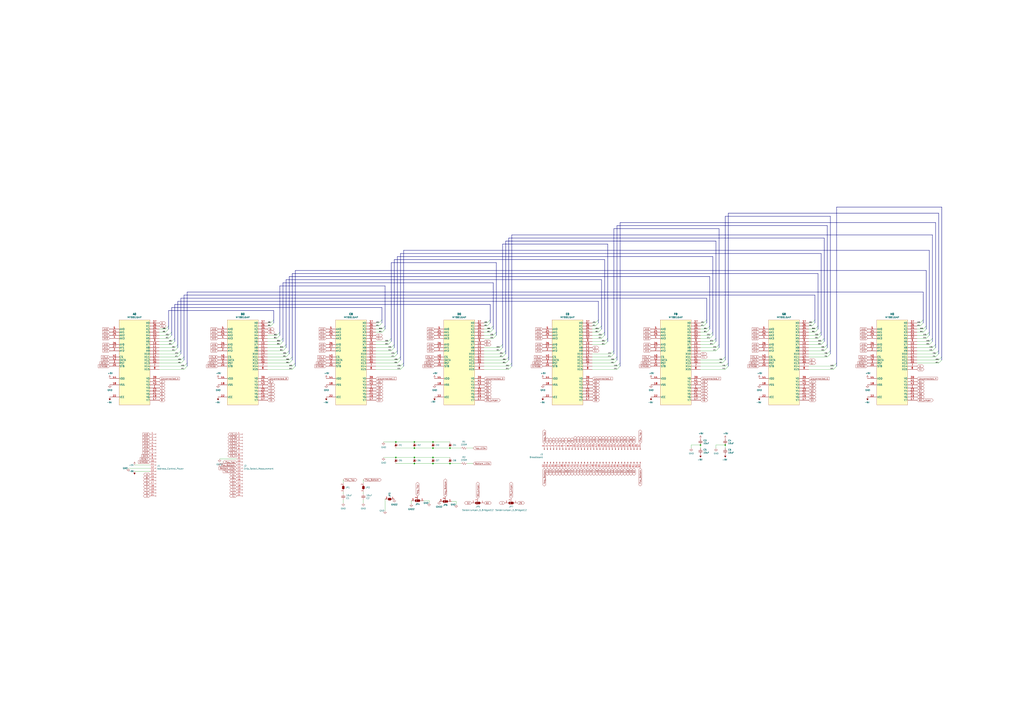
<source format=kicad_sch>
(kicad_sch (version 20211123) (generator eeschema)
  (paper "A1")
  (junction (at 340.36 375.92) (diameter 1.016))
  (junction (at 575.31 365.76) (diameter 1.016))
  (junction (at 369.57 381) (diameter 1.016))
  (junction (at 325.12 375.92) (diameter 1.016))
  (junction (at 340.36 363.22) (diameter 1.016))
  (junction (at 340.36 368.3) (diameter 1.016))
  (junction (at 355.6 368.3) (diameter 1.016))
  (junction (at 325.12 363.22) (diameter 1.016))
  (junction (at 369.57 368.3) (diameter 1.016))
  (junction (at 355.6 363.22) (diameter 1.016))
  (junction (at 355.6 375.92) (diameter 1.016))
  (junction (at 595.63 365.76) (diameter 1.016))
  (junction (at 355.6 381) (diameter 1.016))
  (junction (at 340.36 381) (diameter 1.016))
  (bus_entry (at 328.93 295.91) (size -2.54 2.54))
  (bus_entry (at 140.97 275.59) (size -2.54 2.54))
  (bus_entry (at 146.05 283.21) (size -2.54 2.54))
  (bus_entry (at 420.37 298.45) (size -2.54 2.54))
  (bus_entry (at 590.55 285.75) (size -2.54 2.54))
  (bus_entry (at 687.07 298.45) (size -2.54 2.54))
  (bus_entry (at 585.47 275.59) (size -2.54 2.54))
  (bus_entry (at 598.17 300.99) (size -2.54 2.54))
  (bus_entry (at 679.45 283.21) (size -2.54 2.54))
  (bus_entry (at 412.75 285.75) (size -2.54 2.54))
  (bus_entry (at 496.57 275.59) (size -2.54 2.54))
  (bus_entry (at 760.73 270.51) (size -2.54 2.54))
  (bus_entry (at 407.67 275.59) (size -2.54 2.54))
  (bus_entry (at 595.63 293.37) (size -2.54 2.54))
  (bus_entry (at 321.31 280.67) (size -2.54 2.54))
  (bus_entry (at 687.07 300.99) (size -2.54 2.54))
  (bus_entry (at 758.19 262.89) (size -2.54 2.54))
  (bus_entry (at 499.11 278.13) (size -2.54 2.54))
  (bus_entry (at 415.29 288.29) (size -2.54 2.54))
  (bus_entry (at 402.59 262.89) (size -2.54 2.54))
  (bus_entry (at 590.55 283.21) (size -2.54 2.54))
  (bus_entry (at 496.57 273.05) (size -2.54 2.54))
  (bus_entry (at 242.57 298.45) (size -2.54 2.54))
  (bus_entry (at 681.99 288.29) (size -2.54 2.54))
  (bus_entry (at 412.75 283.21) (size -2.54 2.54))
  (bus_entry (at 674.37 275.59) (size -2.54 2.54))
  (bus_entry (at 405.13 267.97) (size -2.54 2.54))
  (bus_entry (at 229.87 273.05) (size -2.54 2.54))
  (bus_entry (at 316.23 267.97) (size -2.54 2.54))
  (bus_entry (at 323.85 283.21) (size -2.54 2.54))
  (bus_entry (at 321.31 278.13) (size -2.54 2.54))
  (bus_entry (at 588.01 278.13) (size -2.54 2.54))
  (bus_entry (at 585.47 273.05) (size -2.54 2.54))
  (bus_entry (at 153.67 298.45) (size -2.54 2.54))
  (bus_entry (at 417.83 293.37) (size -2.54 2.54))
  (bus_entry (at 580.39 262.89) (size -2.54 2.54))
  (bus_entry (at 676.91 278.13) (size -2.54 2.54))
  (bus_entry (at 234.95 283.21) (size -2.54 2.54))
  (bus_entry (at 326.39 290.83) (size -2.54 2.54))
  (bus_entry (at 316.23 270.51) (size -2.54 2.54))
  (bus_entry (at 143.51 278.13) (size -2.54 2.54))
  (bus_entry (at 504.19 290.83) (size -2.54 2.54))
  (bus_entry (at 770.89 288.29) (size -2.54 2.54))
  (bus_entry (at 768.35 285.75) (size -2.54 2.54))
  (bus_entry (at 669.29 262.89) (size -2.54 2.54))
  (bus_entry (at 234.95 285.75) (size -2.54 2.54))
  (bus_entry (at 758.19 265.43) (size -2.54 2.54))
  (bus_entry (at 232.41 278.13) (size -2.54 2.54))
  (bus_entry (at 328.93 293.37) (size -2.54 2.54))
  (bus_entry (at 671.83 270.51) (size -2.54 2.54))
  (bus_entry (at 138.43 267.97) (size -2.54 2.54))
  (bus_entry (at 598.17 298.45) (size -2.54 2.54))
  (bus_entry (at 402.59 265.43) (size -2.54 2.54))
  (bus_entry (at 671.83 267.97) (size -2.54 2.54))
  (bus_entry (at 153.67 300.99) (size -2.54 2.54))
  (bus_entry (at 580.39 265.43) (size -2.54 2.54))
  (bus_entry (at 323.85 285.75) (size -2.54 2.54))
  (bus_entry (at 595.63 295.91) (size -2.54 2.54))
  (bus_entry (at 138.43 270.51) (size -2.54 2.54))
  (bus_entry (at 229.87 275.59) (size -2.54 2.54))
  (bus_entry (at 773.43 293.37) (size -2.54 2.54))
  (bus_entry (at 240.03 293.37) (size -2.54 2.54))
  (bus_entry (at 494.03 270.51) (size -2.54 2.54))
  (bus_entry (at 765.81 280.67) (size -2.54 2.54))
  (bus_entry (at 494.03 267.97) (size -2.54 2.54))
  (bus_entry (at 148.59 290.83) (size -2.54 2.54))
  (bus_entry (at 331.47 298.45) (size -2.54 2.54))
  (bus_entry (at 499.11 280.67) (size -2.54 2.54))
  (bus_entry (at 143.51 280.67) (size -2.54 2.54))
  (bus_entry (at 237.49 290.83) (size -2.54 2.54))
  (bus_entry (at 679.45 285.75) (size -2.54 2.54))
  (bus_entry (at 331.47 300.99) (size -2.54 2.54))
  (bus_entry (at 491.49 265.43) (size -2.54 2.54))
  (bus_entry (at 763.27 273.05) (size -2.54 2.54))
  (bus_entry (at 326.39 288.29) (size -2.54 2.54))
  (bus_entry (at 676.91 280.67) (size -2.54 2.54))
  (bus_entry (at 582.93 267.97) (size -2.54 2.54))
  (bus_entry (at 313.69 265.43) (size -2.54 2.54))
  (bus_entry (at 674.37 273.05) (size -2.54 2.54))
  (bus_entry (at 768.35 283.21) (size -2.54 2.54))
  (bus_entry (at 763.27 275.59) (size -2.54 2.54))
  (bus_entry (at 491.49 262.89) (size -2.54 2.54))
  (bus_entry (at 770.89 290.83) (size -2.54 2.54))
  (bus_entry (at 509.27 298.45) (size -2.54 2.54))
  (bus_entry (at 506.73 293.37) (size -2.54 2.54))
  (bus_entry (at 504.19 288.29) (size -2.54 2.54))
  (bus_entry (at 237.49 288.29) (size -2.54 2.54))
  (bus_entry (at 224.79 265.43) (size -2.54 2.54))
  (bus_entry (at 232.41 280.67) (size -2.54 2.54))
  (bus_entry (at 509.27 300.99) (size -2.54 2.54))
  (bus_entry (at 765.81 278.13) (size -2.54 2.54))
  (bus_entry (at 773.43 295.91) (size -2.54 2.54))
  (bus_entry (at 313.69 262.89) (size -2.54 2.54))
  (bus_entry (at 151.13 293.37) (size -2.54 2.54))
  (bus_entry (at 224.79 262.89) (size -2.54 2.54))
  (bus_entry (at 417.83 295.91) (size -2.54 2.54))
  (bus_entry (at 407.67 273.05) (size -2.54 2.54))
  (bus_entry (at 146.05 285.75) (size -2.54 2.54))
  (bus_entry (at 588.01 280.67) (size -2.54 2.54))
  (bus_entry (at 681.99 290.83) (size -2.54 2.54))
  (bus_entry (at 151.13 295.91) (size -2.54 2.54))
  (bus_entry (at 582.93 270.51) (size -2.54 2.54))
  (bus_entry (at 669.29 265.43) (size -2.54 2.54))
  (bus_entry (at 242.57 300.99) (size -2.54 2.54))
  (bus_entry (at 240.03 295.91) (size -2.54 2.54))
  (bus_entry (at 140.97 273.05) (size -2.54 2.54))
  (bus_entry (at 506.73 295.91) (size -2.54 2.54))
  (bus_entry (at 760.73 267.97) (size -2.54 2.54))
  (bus_entry (at 148.59 288.29) (size -2.54 2.54))
  (bus_entry (at 415.29 290.83) (size -2.54 2.54))
  (bus_entry (at 405.13 270.51) (size -2.54 2.54))
  (bus_entry (at 420.37 300.99) (size -2.54 2.54))
  (wire (pts (xy 753.11 295.91) (xy 770.89 295.91)))
  (wire (pts (xy 486.41 293.37) (xy 501.65 293.37)))
  (wire (pts (xy 664.21 300.99) (xy 684.53 300.99)))
  (wire (pts (xy 758.19 273.05) (xy 753.11 273.05)))
  (bus (pts (xy 316.23 267.97) (xy 316.23 270.51)))
  (wire (pts (xy 308.61 298.45) (xy 326.39 298.45)))
  (bus (pts (xy 151.13 293.37) (xy 151.13 295.91)))
  (wire (pts (xy 281.94 396.875) (xy 281.94 394.335)))
  (wire (pts (xy 397.51 293.37) (xy 412.75 293.37)))
  (bus (pts (xy 143.51 250.19) (xy 143.51 278.13)))
  (bus (pts (xy 143.51 250.19) (xy 402.59 250.19)))
  (bus (pts (xy 402.59 250.19) (xy 402.59 262.89)))
  (bus (pts (xy 598.17 175.26) (xy 598.17 298.45)))
  (bus (pts (xy 598.17 175.26) (xy 770.89 175.26)))
  (bus (pts (xy 770.89 175.26) (xy 770.89 288.29)))
  (wire (pts (xy 308.61 295.91) (xy 326.39 295.91)))
  (bus (pts (xy 313.69 262.89) (xy 313.69 265.43)))
  (wire (pts (xy 325.12 363.22) (xy 314.96 363.22)))
  (wire (pts (xy 130.81 283.21) (xy 140.97 283.21)))
  (bus (pts (xy 237.49 288.29) (xy 237.49 290.83)))
  (wire (pts (xy 130.81 285.75) (xy 143.51 285.75)))
  (bus (pts (xy 598.17 298.45) (xy 598.17 300.99)))
  (wire (pts (xy 402.59 273.05) (xy 397.51 273.05)))
  (bus (pts (xy 328.93 208.28) (xy 328.93 293.37)))
  (bus (pts (xy 328.93 208.28) (xy 674.37 208.28)))
  (bus (pts (xy 674.37 208.28) (xy 674.37 273.05)))
  (bus (pts (xy 506.73 185.42) (xy 506.73 293.37)))
  (bus (pts (xy 506.73 185.42) (xy 679.45 185.42)))
  (bus (pts (xy 679.45 185.42) (xy 679.45 283.21)))
  (wire (pts (xy 374.65 412.115) (xy 374.65 414.655)))
  (wire (pts (xy 313.69 273.05) (xy 308.61 273.05)))
  (wire (pts (xy 486.41 270.51) (xy 491.49 270.51)))
  (wire (pts (xy 575.31 278.13) (xy 582.93 278.13)))
  (wire (pts (xy 486.41 303.53) (xy 506.73 303.53)))
  (bus (pts (xy 234.95 283.21) (xy 234.95 285.75)))
  (bus (pts (xy 681.99 288.29) (xy 681.99 290.83)))
  (wire (pts (xy 669.29 273.05) (xy 664.21 273.05)))
  (wire (pts (xy 664.21 280.67) (xy 674.37 280.67)))
  (bus (pts (xy 580.39 262.89) (xy 580.39 265.43)))
  (wire (pts (xy 397.51 275.59) (xy 405.13 275.59)))
  (bus (pts (xy 420.37 298.45) (xy 420.37 300.99)))
  (wire (pts (xy 753.11 293.37) (xy 768.35 293.37)))
  (bus (pts (xy 229.87 273.05) (xy 229.87 275.59)))
  (wire (pts (xy 575.31 283.21) (xy 585.47 283.21)))
  (bus (pts (xy 417.83 195.58) (xy 417.83 293.37)))
  (bus (pts (xy 417.83 195.58) (xy 676.91 195.58)))
  (bus (pts (xy 676.91 195.58) (xy 676.91 278.13)))
  (wire (pts (xy 397.51 265.43) (xy 400.05 265.43)))
  (wire (pts (xy 298.45 396.875) (xy 298.45 394.335)))
  (wire (pts (xy 130.81 300.99) (xy 151.13 300.99)))
  (bus (pts (xy 407.67 273.05) (xy 407.67 275.59)))
  (bus (pts (xy 140.97 252.73) (xy 140.97 273.05)))
  (bus (pts (xy 140.97 252.73) (xy 313.69 252.73)))
  (bus (pts (xy 313.69 252.73) (xy 313.69 262.89)))
  (bus (pts (xy 491.49 262.89) (xy 491.49 265.43)))
  (bus (pts (xy 323.85 283.21) (xy 323.85 285.75)))
  (wire (pts (xy 753.11 280.67) (xy 763.27 280.67)))
  (wire (pts (xy 664.21 290.83) (xy 679.45 290.83)))
  (bus (pts (xy 765.81 278.13) (xy 765.81 280.67)))
  (bus (pts (xy 669.29 262.89) (xy 669.29 265.43)))
  (wire (pts (xy 340.36 375.92) (xy 325.12 375.92)))
  (wire (pts (xy 486.41 290.83) (xy 501.65 290.83)))
  (wire (pts (xy 753.11 298.45) (xy 770.89 298.45)))
  (wire (pts (xy 664.21 288.29) (xy 676.91 288.29)))
  (bus (pts (xy 687.07 298.45) (xy 687.07 300.99)))
  (bus (pts (xy 504.19 187.96) (xy 504.19 288.29)))
  (bus (pts (xy 504.19 187.96) (xy 590.55 187.96)))
  (bus (pts (xy 590.55 187.96) (xy 590.55 283.21)))
  (wire (pts (xy 308.61 293.37) (xy 323.85 293.37)))
  (wire (pts (xy 311.15 267.97) (xy 308.61 267.97)))
  (wire (pts (xy 666.75 267.97) (xy 664.21 267.97)))
  (wire (pts (xy 575.31 265.43) (xy 577.85 265.43)))
  (wire (pts (xy 753.11 288.29) (xy 765.81 288.29)))
  (wire (pts (xy 397.51 290.83) (xy 412.75 290.83)))
  (wire (pts (xy 664.21 285.75) (xy 676.91 285.75)))
  (bus (pts (xy 331.47 205.74) (xy 331.47 298.45)))
  (bus (pts (xy 331.47 205.74) (xy 763.27 205.74)))
  (bus (pts (xy 763.27 205.74) (xy 763.27 273.05)))
  (wire (pts (xy 664.21 270.51) (xy 669.29 270.51)))
  (wire (pts (xy 397.51 288.29) (xy 410.21 288.29)))
  (wire (pts (xy 135.89 273.05) (xy 130.81 273.05)))
  (wire (pts (xy 575.31 288.29) (xy 588.01 288.29)))
  (bus (pts (xy 504.19 288.29) (xy 504.19 290.83)))
  (bus (pts (xy 420.37 193.04) (xy 420.37 298.45)))
  (bus (pts (xy 420.37 193.04) (xy 765.81 193.04)))
  (bus (pts (xy 765.81 193.04) (xy 765.81 278.13)))
  (bus (pts (xy 402.59 262.89) (xy 402.59 265.43)))
  (wire (pts (xy 753.11 270.51) (xy 758.19 270.51)))
  (wire (pts (xy 378.46 381) (xy 369.57 381)))
  (wire (pts (xy 369.57 368.3) (xy 355.6 368.3)))
  (wire (pts (xy 664.21 278.13) (xy 671.83 278.13)))
  (wire (pts (xy 486.41 280.67) (xy 496.57 280.67)))
  (bus (pts (xy 687.07 170.18) (xy 687.07 298.45)))
  (bus (pts (xy 687.07 170.18) (xy 773.43 170.18)))
  (bus (pts (xy 773.43 170.18) (xy 773.43 293.37)))
  (wire (pts (xy 355.6 363.22) (xy 340.36 363.22)))
  (wire (pts (xy 575.31 365.76) (xy 575.31 368.3)))
  (bus (pts (xy 494.03 267.97) (xy 494.03 270.51)))
  (wire (pts (xy 130.81 293.37) (xy 146.05 293.37)))
  (wire (pts (xy 575.31 280.67) (xy 585.47 280.67)))
  (wire (pts (xy 575.31 365.76) (xy 567.69 365.76)))
  (wire (pts (xy 347.98 411.48) (xy 352.425 411.48)))
  (wire (pts (xy 567.69 365.76) (xy 567.69 368.3)))
  (wire (pts (xy 130.81 275.59) (xy 138.43 275.59)))
  (wire (pts (xy 580.39 273.05) (xy 575.31 273.05)))
  (wire (pts (xy 340.36 381) (xy 325.12 381)))
  (wire (pts (xy 308.61 265.43) (xy 311.15 265.43)))
  (bus (pts (xy 138.43 255.27) (xy 224.79 255.27)))
  (wire (pts (xy 397.51 278.13) (xy 405.13 278.13)))
  (wire (pts (xy 219.71 283.21) (xy 229.87 283.21)))
  (wire (pts (xy 755.65 267.97) (xy 753.11 267.97)))
  (wire (pts (xy 397.51 295.91) (xy 415.29 295.91)))
  (wire (pts (xy 298.45 405.765) (xy 298.45 404.495)))
  (wire (pts (xy 219.71 280.67) (xy 229.87 280.67)))
  (wire (pts (xy 575.31 275.59) (xy 582.93 275.59)))
  (wire (pts (xy 340.36 368.3) (xy 325.12 368.3)))
  (wire (pts (xy 308.61 288.29) (xy 321.31 288.29)))
  (wire (pts (xy 219.71 278.13) (xy 227.33 278.13)))
  (wire (pts (xy 388.62 381) (xy 383.54 381)))
  (wire (pts (xy 308.61 285.75) (xy 321.31 285.75)))
  (wire (pts (xy 753.11 265.43) (xy 755.65 265.43)))
  (wire (pts (xy 369.57 375.92) (xy 355.6 375.92)))
  (wire (pts (xy 664.21 265.43) (xy 666.75 265.43)))
  (bus (pts (xy 415.29 288.29) (xy 415.29 290.83)))
  (bus (pts (xy 674.37 273.05) (xy 674.37 275.59)))
  (bus (pts (xy 331.47 298.45) (xy 331.47 300.99)))
  (wire (pts (xy 370.84 412.115) (xy 374.65 412.115)))
  (bus (pts (xy 138.43 255.27) (xy 138.43 267.97)))
  (bus (pts (xy 509.27 182.88) (xy 509.27 298.45)))
  (bus (pts (xy 509.27 182.88) (xy 768.35 182.88)))
  (bus (pts (xy 768.35 182.88) (xy 768.35 283.21)))
  (wire (pts (xy 753.11 285.75) (xy 765.81 285.75)))
  (wire (pts (xy 281.94 413.385) (xy 281.94 410.845)))
  (wire (pts (xy 352.425 411.48) (xy 352.425 413.385)))
  (wire (pts (xy 337.82 414.02) (xy 337.82 411.48)))
  (bus (pts (xy 321.31 278.13) (xy 321.31 280.67)))
  (wire (pts (xy 308.61 303.53) (xy 328.93 303.53)))
  (wire (pts (xy 355.6 375.92) (xy 340.36 375.92)))
  (bus (pts (xy 417.83 293.37) (xy 417.83 295.91)))
  (wire (pts (xy 219.71 295.91) (xy 237.49 295.91)))
  (bus (pts (xy 229.87 234.95) (xy 229.87 273.05)))
  (bus (pts (xy 229.87 234.95) (xy 316.23 234.95)))
  (bus (pts (xy 316.23 234.95) (xy 316.23 267.97)))
  (wire (pts (xy 130.81 303.53) (xy 151.13 303.53)))
  (wire (pts (xy 219.71 290.83) (xy 234.95 290.83)))
  (wire (pts (xy 219.71 293.37) (xy 234.95 293.37)))
  (bus (pts (xy 138.43 267.97) (xy 138.43 270.51)))
  (wire (pts (xy 308.61 283.21) (xy 318.77 283.21)))
  (bus (pts (xy 758.19 262.89) (xy 758.19 265.43)))
  (bus (pts (xy 595.63 177.8) (xy 595.63 293.37)))
  (bus (pts (xy 595.63 177.8) (xy 681.99 177.8)))
  (bus (pts (xy 681.99 177.8) (xy 681.99 288.29)))
  (wire (pts (xy 130.81 290.83) (xy 146.05 290.83)))
  (wire (pts (xy 575.31 303.53) (xy 595.63 303.53)))
  (wire (pts (xy 110.49 387.35) (xy 123.19 387.35)))
  (bus (pts (xy 676.91 278.13) (xy 676.91 280.67)))
  (wire (pts (xy 316.23 410.21) (xy 316.23 419.735)))
  (bus (pts (xy 509.27 298.45) (xy 509.27 300.99)))
  (wire (pts (xy 388.62 368.3) (xy 383.54 368.3)))
  (wire (pts (xy 397.51 303.53) (xy 417.83 303.53)))
  (bus (pts (xy 405.13 267.97) (xy 405.13 270.51)))
  (wire (pts (xy 180.34 377.19) (xy 194.31 377.19)))
  (bus (pts (xy 585.47 273.05) (xy 585.47 275.59)))
  (bus (pts (xy 224.79 262.89) (xy 224.79 265.43)))
  (bus (pts (xy 140.97 273.05) (xy 140.97 275.59)))
  (wire (pts (xy 488.95 267.97) (xy 486.41 267.97)))
  (bus (pts (xy 151.13 242.57) (xy 151.13 293.37)))
  (bus (pts (xy 151.13 242.57) (xy 669.29 242.57)))
  (bus (pts (xy 669.29 242.57) (xy 669.29 262.89)))
  (bus (pts (xy 240.03 293.37) (xy 240.03 295.91)))
  (bus (pts (xy 224.79 255.27) (xy 224.79 262.89)))
  (wire (pts (xy 105.41 384.81) (xy 123.19 384.81)))
  (wire (pts (xy 575.31 298.45) (xy 593.09 298.45)))
  (wire (pts (xy 219.71 285.75) (xy 232.41 285.75)))
  (wire (pts (xy 308.61 280.67) (xy 318.77 280.67)))
  (bus (pts (xy 679.45 283.21) (xy 679.45 285.75)))
  (wire (pts (xy 130.81 288.29) (xy 143.51 288.29)))
  (wire (pts (xy 298.45 410.845) (xy 298.45 413.385)))
  (bus (pts (xy 242.57 298.45) (xy 242.57 300.99)))
  (wire (pts (xy 219.71 303.53) (xy 240.03 303.53)))
  (bus (pts (xy 240.03 224.79) (xy 240.03 293.37)))
  (bus (pts (xy 240.03 224.79) (xy 671.83 224.79)))
  (bus (pts (xy 671.83 224.79) (xy 671.83 267.97)))
  (wire (pts (xy 486.41 283.21) (xy 496.57 283.21)))
  (bus (pts (xy 496.57 273.05) (xy 496.57 275.59)))
  (wire (pts (xy 222.25 267.97) (xy 219.71 267.97)))
  (wire (pts (xy 123.19 382.27) (xy 110.49 382.27)))
  (bus (pts (xy 326.39 210.82) (xy 326.39 288.29)))
  (bus (pts (xy 326.39 210.82) (xy 585.47 210.82)))
  (bus (pts (xy 585.47 210.82) (xy 585.47 273.05)))
  (bus (pts (xy 242.57 222.25) (xy 242.57 298.45)))
  (bus (pts (xy 242.57 222.25) (xy 760.73 222.25)))
  (bus (pts (xy 760.73 222.25) (xy 760.73 267.97)))
  (wire (pts (xy 753.11 278.13) (xy 760.73 278.13)))
  (wire (pts (xy 219.71 275.59) (xy 227.33 275.59)))
  (wire (pts (xy 664.21 283.21) (xy 674.37 283.21)))
  (wire (pts (xy 219.71 288.29) (xy 232.41 288.29)))
  (bus (pts (xy 146.05 283.21) (xy 146.05 285.75)))
  (wire (pts (xy 397.51 298.45) (xy 415.29 298.45)))
  (wire (pts (xy 308.61 290.83) (xy 323.85 290.83)))
  (bus (pts (xy 232.41 278.13) (xy 232.41 280.67)))
  (bus (pts (xy 770.89 288.29) (xy 770.89 290.83)))
  (wire (pts (xy 486.41 298.45) (xy 504.19 298.45)))
  (wire (pts (xy 355.6 368.3) (xy 340.36 368.3)))
  (wire (pts (xy 130.81 278.13) (xy 138.43 278.13)))
  (wire (pts (xy 219.71 298.45) (xy 237.49 298.45)))
  (bus (pts (xy 590.55 283.21) (xy 590.55 285.75)))
  (wire (pts (xy 486.41 275.59) (xy 494.03 275.59)))
  (bus (pts (xy 328.93 293.37) (xy 328.93 295.91)))
  (bus (pts (xy 499.11 278.13) (xy 499.11 280.67)))
  (bus (pts (xy 768.35 283.21) (xy 768.35 285.75)))
  (wire (pts (xy 325.12 375.92) (xy 314.96 375.92)))
  (wire (pts (xy 575.31 285.75) (xy 588.01 285.75)))
  (bus (pts (xy 760.73 267.97) (xy 760.73 270.51)))
  (wire (pts (xy 575.31 270.51) (xy 580.39 270.51)))
  (wire (pts (xy 486.41 278.13) (xy 494.03 278.13)))
  (wire (pts (xy 308.61 300.99) (xy 328.93 300.99)))
  (wire (pts (xy 378.46 368.3) (xy 369.57 368.3)))
  (wire (pts (xy 595.63 365.76) (xy 588.01 365.76)))
  (bus (pts (xy 232.41 232.41) (xy 232.41 278.13)))
  (bus (pts (xy 232.41 232.41) (xy 405.13 232.41)))
  (bus (pts (xy 405.13 232.41) (xy 405.13 267.97)))
  (wire (pts (xy 486.41 265.43) (xy 488.95 265.43)))
  (wire (pts (xy 664.21 303.53) (xy 684.53 303.53)))
  (bus (pts (xy 148.59 288.29) (xy 148.59 290.83)))
  (bus (pts (xy 763.27 273.05) (xy 763.27 275.59)))
  (bus (pts (xy 415.29 198.12) (xy 415.29 288.29)))
  (bus (pts (xy 415.29 198.12) (xy 588.01 198.12)))
  (bus (pts (xy 588.01 198.12) (xy 588.01 278.13)))
  (wire (pts (xy 369.57 363.22) (xy 355.6 363.22)))
  (wire (pts (xy 130.81 298.45) (xy 148.59 298.45)))
  (wire (pts (xy 400.05 267.97) (xy 397.51 267.97)))
  (bus (pts (xy 321.31 215.9) (xy 321.31 278.13)))
  (bus (pts (xy 321.31 215.9) (xy 407.67 215.9)))
  (bus (pts (xy 407.67 215.9) (xy 407.67 273.05)))
  (bus (pts (xy 773.43 293.37) (xy 773.43 295.91)))
  (wire (pts (xy 130.81 280.67) (xy 140.97 280.67)))
  (wire (pts (xy 219.71 300.99) (xy 240.03 300.99)))
  (wire (pts (xy 753.11 283.21) (xy 763.27 283.21)))
  (wire (pts (xy 340.36 363.22) (xy 325.12 363.22)))
  (wire (pts (xy 130.81 270.51) (xy 135.89 270.51)))
  (bus (pts (xy 143.51 278.13) (xy 143.51 280.67)))
  (wire (pts (xy 753.11 275.59) (xy 760.73 275.59)))
  (wire (pts (xy 575.31 300.99) (xy 595.63 300.99)))
  (wire (pts (xy 577.85 267.97) (xy 575.31 267.97)))
  (bus (pts (xy 148.59 245.11) (xy 148.59 288.29)))
  (bus (pts (xy 580.39 245.11) (xy 148.59 245.11)))
  (bus (pts (xy 580.39 245.11) (xy 580.39 262.89)))
  (wire (pts (xy 397.51 300.99) (xy 417.83 300.99)))
  (wire (pts (xy 369.57 381) (xy 355.6 381)))
  (wire (pts (xy 664.21 275.59) (xy 671.83 275.59)))
  (bus (pts (xy 234.95 229.87) (xy 234.95 283.21)))
  (bus (pts (xy 234.95 229.87) (xy 494.03 229.87)))
  (bus (pts (xy 494.03 229.87) (xy 494.03 267.97)))
  (bus (pts (xy 412.75 200.66) (xy 412.75 283.21)))
  (bus (pts (xy 412.75 200.66) (xy 499.11 200.66)))
  (bus (pts (xy 499.11 200.66) (xy 499.11 278.13)))
  (bus (pts (xy 153.67 240.03) (xy 153.67 298.45)))
  (bus (pts (xy 153.67 240.03) (xy 758.19 240.03)))
  (bus (pts (xy 758.19 240.03) (xy 758.19 262.89)))
  (wire (pts (xy 491.49 273.05) (xy 486.41 273.05)))
  (bus (pts (xy 595.63 293.37) (xy 595.63 295.91)))
  (bus (pts (xy 412.75 283.21) (xy 412.75 285.75)))
  (wire (pts (xy 219.71 265.43) (xy 222.25 265.43)))
  (wire (pts (xy 595.63 365.76) (xy 595.63 368.3)))
  (wire (pts (xy 588.01 365.76) (xy 588.01 368.3)))
  (wire (pts (xy 486.41 300.99) (xy 506.73 300.99)))
  (bus (pts (xy 323.85 213.36) (xy 323.85 283.21)))
  (bus (pts (xy 323.85 213.36) (xy 496.57 213.36)))
  (bus (pts (xy 496.57 213.36) (xy 496.57 273.05)))
  (bus (pts (xy 326.39 288.29) (xy 326.39 290.83)))
  (wire (pts (xy 664.21 293.37) (xy 679.45 293.37)))
  (bus (pts (xy 582.93 267.97) (xy 582.93 270.51)))
  (wire (pts (xy 575.31 295.91) (xy 593.09 295.91)))
  (bus (pts (xy 671.83 267.97) (xy 671.83 270.51)))
  (wire (pts (xy 355.6 381) (xy 340.36 381)))
  (wire (pts (xy 753.11 290.83) (xy 768.35 290.83)))
  (bus (pts (xy 237.49 227.33) (xy 237.49 288.29)))
  (bus (pts (xy 237.49 227.33) (xy 582.93 227.33)))
  (bus (pts (xy 582.93 227.33) (xy 582.93 267.97)))
  (wire (pts (xy 397.51 285.75) (xy 410.21 285.75)))
  (wire (pts (xy 486.41 295.91) (xy 504.19 295.91)))
  (wire (pts (xy 281.94 405.765) (xy 281.94 404.495)))
  (bus (pts (xy 588.01 278.13) (xy 588.01 280.67)))
  (wire (pts (xy 308.61 270.51) (xy 313.69 270.51)))
  (bus (pts (xy 506.73 293.37) (xy 506.73 295.91)))
  (wire (pts (xy 397.51 270.51) (xy 402.59 270.51)))
  (bus (pts (xy 153.67 298.45) (xy 153.67 300.99)))
  (wire (pts (xy 130.81 295.91) (xy 148.59 295.91)))
  (bus (pts (xy 146.05 247.65) (xy 146.05 283.21)))
  (bus (pts (xy 146.05 247.65) (xy 491.49 247.65)))
  (bus (pts (xy 491.49 247.65) (xy 491.49 262.89)))
  (label "EF0" (at 501.65 290.83 180) (effects (font (size 0.762 0.762))))
  (label "CH1" (at 328.93 303.53 180) (effects (font (size 0.762 0.762))))
  (label "BF1" (at 234.95 293.37 180) (effects (font (size 0.762 0.762))))
  (label "AD1" (at 140.97 283.21 180) (effects (font (size 0.762 0.762))))
  (label "DF0" (at 412.75 290.83 180) (effects (font (size 0.762 0.762))))
  (label "BG1" (at 237.49 298.45 180) (effects (font (size 0.762 0.762))))
  (label "BD0" (at 229.87 280.67 180) (effects (font (size 0.762 0.762))))
  (label "FH0" (at 595.63 300.99 180) (effects (font (size 0.762 0.762))))
  (label "AC0" (at 138.43 275.59 180) (effects (font (size 0.762 0.762))))
  (label "DG1" (at 674.37 283.21 180) (effects (font (size 0.762 0.762))))
  (label "CD1" (at 318.77 283.21 180) (effects (font (size 0.762 0.762))))
  (label "BF0" (at 580.39 270.51 180) (effects (font (size 0.762 0.762))))
  (label "AE0" (at 143.51 285.75 180) (effects (font (size 0.762 0.762))))
  (label "AC0" (at 311.15 265.43 180) (effects (font (size 0.762 0.762))))
  (label "DH0" (at 763.27 280.67 180) (effects (font (size 0.762 0.762))))
  (label "BC1" (at 227.33 278.13 180) (effects (font (size 0.762 0.762))))
  (label "AB1" (at 222.25 267.97 180) (effects (font (size 0.762 0.762))))
  (label "FG1" (at 593.09 298.45 180) (effects (font (size 0.762 0.762))))
  (label "AG1" (at 148.59 298.45 180) (effects (font (size 0.762 0.762))))
  (label "BH1" (at 758.19 273.05 180) (effects (font (size 0.762 0.762))))
  (label "EF1" (at 501.65 293.37 180) (effects (font (size 0.762 0.762))))
  (label "CD1" (at 405.13 278.13 180) (effects (font (size 0.762 0.762))))
  (label "EG0" (at 676.91 285.75 180) (effects (font (size 0.762 0.762))))
  (label "AF0" (at 146.05 290.83 180) (effects (font (size 0.762 0.762))))
  (label "BD0" (at 402.59 270.51 180) (effects (font (size 0.762 0.762))))
  (label "DG0" (at 415.29 295.91 180) (effects (font (size 0.762 0.762))))
  (label "EG1" (at 676.91 288.29 180) (effects (font (size 0.762 0.762))))
  (label "EH0" (at 506.73 300.99 180) (effects (font (size 0.762 0.762))))
  (label "CG1" (at 671.83 278.13 180) (effects (font (size 0.762 0.762))))
  (label "EH1" (at 506.73 303.53 180) (effects (font (size 0.762 0.762))))
  (label "AC1" (at 138.43 278.13 180) (effects (font (size 0.762 0.762))))
  (label "CE1" (at 494.03 278.13 180) (effects (font (size 0.762 0.762))))
  (label "DG1" (at 415.29 298.45 180) (effects (font (size 0.762 0.762))))
  (label "BG0" (at 669.29 270.51 180) (effects (font (size 0.762 0.762))))
  (label "BH0" (at 758.19 270.51 180) (effects (font (size 0.762 0.762))))
  (label "EG1" (at 504.19 298.45 180) (effects (font (size 0.762 0.762))))
  (label "AE1" (at 488.95 267.97 180) (effects (font (size 0.762 0.762))))
  (label "DE0" (at 496.57 280.67 180) (effects (font (size 0.762 0.762))))
  (label "BG0" (at 237.49 295.91 180) (effects (font (size 0.762 0.762))))
  (label "AH1" (at 151.13 303.53 180) (effects (font (size 0.762 0.762))))
  (label "DH1" (at 417.83 303.53 180) (effects (font (size 0.762 0.762))))
  (label "BF1" (at 580.39 273.05 180) (effects (font (size 0.762 0.762))))
  (label "EH1" (at 765.81 288.29 180) (effects (font (size 0.762 0.762))))
  (label "CG0" (at 671.83 275.59 180) (effects (font (size 0.762 0.762))))
  (label "BD1" (at 402.59 273.05 180) (effects (font (size 0.762 0.762))))
  (label "DH1" (at 763.27 283.21 180) (effects (font (size 0.762 0.762))))
  (label "AG0" (at 666.75 265.43 180) (effects (font (size 0.762 0.762))))
  (label "AH0" (at 755.65 265.43 180) (effects (font (size 0.762 0.762))))
  (label "CH0" (at 328.93 300.99 180) (effects (font (size 0.762 0.762))))
  (label "BF0" (at 234.95 290.83 180) (effects (font (size 0.762 0.762))))
  (label "GH0" (at 684.53 300.99 180) (effects (font (size 0.762 0.762))))
  (label "CF0" (at 582.93 275.59 180) (effects (font (size 0.762 0.762))))
  (label "DF1" (at 585.47 283.21 180) (effects (font (size 0.762 0.762))))
  (label "DH0" (at 417.83 300.99 180) (effects (font (size 0.762 0.762))))
  (label "GH1" (at 770.89 298.45 180) (effects (font (size 0.762 0.762))))
  (label "CD0" (at 405.13 275.59 180) (effects (font (size 0.762 0.762))))
  (label "AF1" (at 146.05 293.37 180) (effects (font (size 0.762 0.762))))
  (label "CH1" (at 760.73 278.13 180) (effects (font (size 0.762 0.762))))
  (label "CD0" (at 318.77 280.67 180) (effects (font (size 0.762 0.762))))
  (label "FH1" (at 595.63 303.53 180) (effects (font (size 0.762 0.762))))
  (label "BE0" (at 232.41 285.75 180) (effects (font (size 0.762 0.762))))
  (label "BE1" (at 232.41 288.29 180) (effects (font (size 0.762 0.762))))
  (label "AG0" (at 148.59 295.91 180) (effects (font (size 0.762 0.762))))
  (label "DF0" (at 585.47 280.67 180) (effects (font (size 0.762 0.762))))
  (label "FG0" (at 679.45 290.83 180) (effects (font (size 0.762 0.762))))
  (label "DE1" (at 496.57 283.21 180) (effects (font (size 0.762 0.762))))
  (label "DE0" (at 410.21 285.75 180) (effects (font (size 0.762 0.762))))
  (label "BE0" (at 491.49 270.51 180) (effects (font (size 0.762 0.762))))
  (label "CF1" (at 582.93 278.13 180) (effects (font (size 0.762 0.762))))
  (label "BH1" (at 240.03 303.53 180) (effects (font (size 0.762 0.762))))
  (label "BG1" (at 669.29 273.05 180) (effects (font (size 0.762 0.762))))
  (label "EH0" (at 765.81 285.75 180) (effects (font (size 0.762 0.762))))
  (label "AF1" (at 577.85 267.97 180) (effects (font (size 0.762 0.762))))
  (label "BE1" (at 491.49 273.05 180) (effects (font (size 0.762 0.762))))
  (label "CG1" (at 326.39 298.45 180) (effects (font (size 0.762 0.762))))
  (label "BD1" (at 229.87 283.21 180) (effects (font (size 0.762 0.762))))
  (label "AB0" (at 135.89 270.51 180) (effects (font (size 0.762 0.762))))
  (label "BC0" (at 227.33 275.59 180) (effects (font (size 0.762 0.762))))
  (label "EF0" (at 588.01 285.75 180) (effects (font (size 0.762 0.762))))
  (label "CE0" (at 494.03 275.59 180) (effects (font (size 0.762 0.762))))
  (label "AH0" (at 151.13 300.99 180) (effects (font (size 0.762 0.762))))
  (label "CF1" (at 323.85 293.37 180) (effects (font (size 0.762 0.762))))
  (label "CH0" (at 760.73 275.59 180) (effects (font (size 0.762 0.762))))
  (label "FG1" (at 679.45 293.37 180) (effects (font (size 0.762 0.762))))
  (label "CG0" (at 326.39 295.91 180) (effects (font (size 0.762 0.762))))
  (label "AB1" (at 135.89 273.05 180) (effects (font (size 0.762 0.762))))
  (label "DF1" (at 412.75 293.37 180) (effects (font (size 0.762 0.762))))
  (label "AG1" (at 666.75 267.97 180) (effects (font (size 0.762 0.762))))
  (label "BC1" (at 313.69 273.05 180) (effects (font (size 0.762 0.762))))
  (label "AE0" (at 488.95 265.43 180) (effects (font (size 0.762 0.762))))
  (label "DE1" (at 410.21 288.29 180) (effects (font (size 0.762 0.762))))
  (label "FH0" (at 768.35 290.83 180) (effects (font (size 0.762 0.762))))
  (label "AB0" (at 222.25 265.43 180) (effects (font (size 0.762 0.762))))
  (label "GH1" (at 684.53 303.53 180) (effects (font (size 0.762 0.762))))
  (label "EG0" (at 504.19 295.91 180) (effects (font (size 0.762 0.762))))
  (label "BC0" (at 313.69 270.51 180) (effects (font (size 0.762 0.762))))
  (label "FH1" (at 768.35 293.37 180) (effects (font (size 0.762 0.762))))
  (label "AF0" (at 577.85 265.43 180) (effects (font (size 0.762 0.762))))
  (label "AD0" (at 400.05 265.43 180) (effects (font (size 0.762 0.762))))
  (label "AE1" (at 143.51 288.29 180) (effects (font (size 0.762 0.762))))
  (label "FG0" (at 593.09 295.91 180) (effects (font (size 0.762 0.762))))
  (label "AH1" (at 755.65 267.97 180) (effects (font (size 0.762 0.762))))
  (label "CF0" (at 323.85 290.83 180) (effects (font (size 0.762 0.762))))
  (label "EF1" (at 588.01 288.29 180) (effects (font (size 0.762 0.762))))
  (label "AC1" (at 311.15 267.97 180) (effects (font (size 0.762 0.762))))
  (label "AD0" (at 140.97 280.67 180) (effects (font (size 0.762 0.762))))
  (label "DG0" (at 674.37 280.67 180) (effects (font (size 0.762 0.762))))
  (label "GH0" (at 770.89 295.91 180) (effects (font (size 0.762 0.762))))
  (label "BH0" (at 240.03 300.99 180) (effects (font (size 0.762 0.762))))
  (label "AD1" (at 400.05 267.97 180) (effects (font (size 0.762 0.762))))
  (label "CE1" (at 321.31 288.29 180) (effects (font (size 0.762 0.762))))
  (label "CE0" (at 321.31 285.75 180) (effects (font (size 0.762 0.762))))
  (global_label "STROBE" (shape input) (at 90.17 300.99 180) (property "Intersheet References" "${INTERSHEET_REFS}" (effects hide)))
  (global_label "6" (shape bidirectional) (at 130.81 323.85 0) (property "Intersheet References" "${INTERSHEET_REFS}" (effects hide)))
  (global_label "32" (shape bidirectional) (at 387.35 413.385 180) (property "Intersheet References" "${INTERSHEET_REFS}" (effects hide)))
  (global_label "Top_LEDs" (shape input) (at 388.62 368.3 0) (property "Intersheet References" "${INTERSHEET_REFS}" (effects hide)))
  (global_label "AX3" (shape input) (at 623.57 278.13 180) (property "Intersheet References" "${INTERSHEET_REFS}" (effects hide)))
  (global_label "51" (shape bidirectional) (at 497.84 384.81 270) (property "Intersheet References" "${INTERSHEET_REFS}" (effects hide)))
  (global_label "29" (shape bidirectional) (at 424.815 413.385 0) (property "Intersheet References" "${INTERSHEET_REFS}" (effects hide)))
  (global_label "48" (shape bidirectional) (at 664.21 316.23 0) (property "Intersheet References" "${INTERSHEET_REFS}" (effects hide)))
  (global_label "EJ" (shape bidirectional) (at 486.41 288.29 0) (property "Intersheet References" "${INTERSHEET_REFS}" (effects hide)))
  (global_label "60" (shape bidirectional) (at 520.7 384.81 270) (property "Intersheet References" "${INTERSHEET_REFS}" (effects hide)))
  (global_label "AX1" (shape input) (at 356.87 273.05 180) (property "Intersheet References" "${INTERSHEET_REFS}" (effects hide)))
  (global_label "1" (shape bidirectional) (at 414.655 413.385 180) (property "Intersheet References" "${INTERSHEET_REFS}" (effects hide)))
  (global_label "DATA" (shape input) (at 712.47 295.91 180) (property "Intersheet References" "${INTERSHEET_REFS}" (effects hide)))
  (global_label "25" (shape bidirectional) (at 510.54 364.49 90) (property "Intersheet References" "${INTERSHEET_REFS}" (effects hide)))
  (global_label "STROBE" (shape input) (at 623.57 300.99 180) (property "Intersheet References" "${INTERSHEET_REFS}" (effects hide)))
  (global_label "Pos_Bottom" (shape bidirectional) (at 194.31 382.27 180) (property "Intersheet References" "${INTERSHEET_REFS}" (effects hide)))
  (global_label "GJ" (shape bidirectional) (at 194.31 405.13 180) (property "Intersheet References" "${INTERSHEET_REFS}" (effects hide)))
  (global_label "47" (shape bidirectional) (at 487.68 384.81 270) (property "Intersheet References" "${INTERSHEET_REFS}" (effects hide)))
  (global_label "35" (shape bidirectional) (at 457.2 384.81 270) (property "Intersheet References" "${INTERSHEET_REFS}" (effects hide)))
  (global_label "RESET" (shape input) (at 179.07 298.45 180) (property "Intersheet References" "${INTERSHEET_REFS}" (effects hide)))
  (global_label "19" (shape bidirectional) (at 495.3 364.49 90) (property "Intersheet References" "${INTERSHEET_REFS}" (effects hide)))
  (global_label "59" (shape bidirectional) (at 518.16 384.81 270) (property "Intersheet References" "${INTERSHEET_REFS}" (effects hide)))
  (global_label "STROBE" (shape input) (at 123.19 379.73 180) (property "Intersheet References" "${INTERSHEET_REFS}" (effects hide)))
  (global_label "11" (shape bidirectional) (at 219.71 318.77 0) (property "Intersheet References" "${INTERSHEET_REFS}" (effects hide)))
  (global_label "CJ" (shape bidirectional) (at 194.31 394.97 180) (property "Intersheet References" "${INTERSHEET_REFS}" (effects hide)))
  (global_label "AX0" (shape input) (at 179.07 270.51 180) (property "Intersheet References" "${INTERSHEET_REFS}" (effects hide)))
  (global_label "24" (shape bidirectional) (at 397.51 316.23 0) (property "Intersheet References" "${INTERSHEET_REFS}" (effects hide)))
  (global_label "14" (shape bidirectional) (at 219.71 326.39 0) (property "Intersheet References" "${INTERSHEET_REFS}" (effects hide)))
  (global_label "CS_F" (shape input) (at 534.67 293.37 180) (property "Intersheet References" "${INTERSHEET_REFS}" (effects hide)))
  (global_label "60_jumper" (shape bidirectional) (at 392.43 409.575 90) (property "Intersheet References" "${INTERSHEET_REFS}" (effects hide)))
  (global_label "37" (shape bidirectional) (at 462.28 384.81 270) (property "Intersheet References" "${INTERSHEET_REFS}" (effects hide)))
  (global_label "Bottom_LEDs" (shape input) (at 194.31 384.81 180) (property "Intersheet References" "${INTERSHEET_REFS}" (effects hide)))
  (global_label "60" (shape bidirectional) (at 397.51 413.385 0) (property "Intersheet References" "${INTERSHEET_REFS}" (effects hide)))
  (global_label "AY0" (shape input) (at 123.19 367.03 180) (property "Intersheet References" "${INTERSHEET_REFS}" (effects hide)))
  (global_label "EI" (shape bidirectional) (at 123.19 400.05 180) (property "Intersheet References" "${INTERSHEET_REFS}" (effects hide)))
  (global_label "58" (shape bidirectional) (at 515.62 384.81 270) (property "Intersheet References" "${INTERSHEET_REFS}" (effects hide)))
  (global_label "28" (shape bidirectional) (at 397.51 326.39 0) (property "Intersheet References" "${INTERSHEET_REFS}" (effects hide)))
  (global_label "AX2" (shape input) (at 712.47 275.59 180) (property "Intersheet References" "${INTERSHEET_REFS}" (effects hide)))
  (global_label "42" (shape bidirectional) (at 474.98 384.81 270) (property "Intersheet References" "${INTERSHEET_REFS}" (effects hide)))
  (global_label "GI" (shape bidirectional) (at 664.21 295.91 0) (property "Intersheet References" "${INTERSHEET_REFS}" (effects hide)))
  (global_label "AX0" (shape input) (at 267.97 270.51 180) (property "Intersheet References" "${INTERSHEET_REFS}" (effects hide)))
  (global_label "41" (shape bidirectional) (at 575.31 316.23 0) (property "Intersheet References" "${INTERSHEET_REFS}" (effects hide)))
  (global_label "13" (shape bidirectional) (at 480.06 364.49 90) (property "Intersheet References" "${INTERSHEET_REFS}" (effects hide)))
  (global_label "25" (shape bidirectional) (at 397.51 318.77 0) (property "Intersheet References" "${INTERSHEET_REFS}" (effects hide)))
  (global_label "AX1" (shape input) (at 90.17 273.05 180) (property "Intersheet References" "${INTERSHEET_REFS}" (effects hide)))
  (global_label "CS_F" (shape output) (at 194.31 369.57 180) (property "Intersheet References" "${INTERSHEET_REFS}" (effects hide)))
  (global_label "60_jumper" (shape bidirectional) (at 753.11 328.93 0) (property "Intersheet References" "${INTERSHEET_REFS}" (effects hide)))
  (global_label "CS_D" (shape output) (at 194.31 364.49 180) (property "Intersheet References" "${INTERSHEET_REFS}" (effects hide)))
  (global_label "RESET" (shape input) (at 90.17 298.45 180) (property "Intersheet References" "${INTERSHEET_REFS}" (effects hide)))
  (global_label "43" (shape bidirectional) (at 477.52 384.81 270) (property "Intersheet References" "${INTERSHEET_REFS}" (effects hide)))
  (global_label "Unconnected_F" (shape input) (at 575.31 311.15 0) (property "Intersheet References" "${INTERSHEET_REFS}" (effects hide)))
  (global_label "27" (shape bidirectional) (at 397.51 323.85 0) (property "Intersheet References" "${INTERSHEET_REFS}" (effects hide)))
  (global_label "3" (shape bidirectional) (at 130.81 316.23 0) (property "Intersheet References" "${INTERSHEET_REFS}" (effects hide)))
  (global_label "DATA" (shape input) (at 90.17 295.91 180) (property "Intersheet References" "${INTERSHEET_REFS}" (effects hide)))
  (global_label "HI" (shape bidirectional) (at 753.11 300.99 0) (property "Intersheet References" "${INTERSHEET_REFS}" (effects hide)))
  (global_label "FI" (shape bidirectional) (at 123.19 402.59 180) (property "Intersheet References" "${INTERSHEET_REFS}" (effects hide)))
  (global_label "DI" (shape bidirectional) (at 123.19 397.51 180) (property "Intersheet References" "${INTERSHEET_REFS}" (effects hide)))
  (global_label "GI" (shape bidirectional) (at 123.19 405.13 180) (property "Intersheet References" "${INTERSHEET_REFS}" (effects hide)))
  (global_label "CS_A" (shape input) (at 90.17 293.37 180) (property "Intersheet References" "${INTERSHEET_REFS}" (effects hide)))
  (global_label "AX3" (shape input) (at 179.07 278.13 180) (property "Intersheet References" "${INTERSHEET_REFS}" (effects hide)))
  (global_label "33" (shape bidirectional) (at 452.12 384.81 270) (property "Intersheet References" "${INTERSHEET_REFS}" (effects hide)))
  (global_label "5" (shape bidirectional) (at 459.74 364.49 90) (property "Intersheet References" "${INTERSHEET_REFS}" (effects hide)))
  (global_label "AY1" (shape input) (at 623.57 285.75 180) (property "Intersheet References" "${INTERSHEET_REFS}" (effects hide)))
  (global_label "28" (shape bidirectional) (at 518.16 364.49 90) (property "Intersheet References" "${INTERSHEET_REFS}" (effects hide)))
  (global_label "AX0" (shape input) (at 623.57 270.51 180) (property "Intersheet References" "${INTERSHEET_REFS}" (effects hide)))
  (global_label "51" (shape bidirectional) (at 664.21 323.85 0) (property "Intersheet References" "${INTERSHEET_REFS}" (effects hide)))
  (global_label "Bottom_LEDs" (shape input) (at 388.62 381 0) (property "Intersheet References" "${INTERSHEET_REFS}" (effects hide)))
  (global_label "DATA" (shape input) (at 445.77 295.91 180) (property "Intersheet References" "${INTERSHEET_REFS}" (effects hide)))
  (global_label "Pos_Bottom" (shape bidirectional) (at 298.45 394.335 0) (property "Intersheet References" "${INTERSHEET_REFS}" (effects hide)))
  (global_label "26" (shape bidirectional) (at 397.51 321.31 0) (property "Intersheet References" "${INTERSHEET_REFS}" (effects hide)))
  (global_label "40" (shape bidirectional) (at 469.9 384.81 270) (property "Intersheet References" "${INTERSHEET_REFS}" (effects hide)))
  (global_label "CS_G" (shape output) (at 194.31 372.11 180) (property "Intersheet References" "${INTERSHEET_REFS}" (effects hide)))
  (global_label "AY0" (shape input) (at 179.07 283.21 180) (property "Intersheet References" "${INTERSHEET_REFS}" (effects hide)))
  (global_label "AY2" (shape input) (at 356.87 288.29 180) (property "Intersheet References" "${INTERSHEET_REFS}" (effects hide)))
  (global_label "20" (shape bidirectional) (at 497.84 364.49 90) (property "Intersheet References" "${INTERSHEET_REFS}" (effects hide)))
  (global_label "52" (shape bidirectional) (at 500.38 384.81 270) (property "Intersheet References" "${INTERSHEET_REFS}" (effects hide)))
  (global_label "AX3" (shape input) (at 712.47 278.13 180) (property "Intersheet References" "${INTERSHEET_REFS}" (effects hide)))
  (global_label "AY0" (shape input) (at 445.77 283.21 180) (property "Intersheet References" "${INTERSHEET_REFS}" (effects hide)))
  (global_label "STROBE" (shape input) (at 267.97 300.99 180) (property "Intersheet References" "${INTERSHEET_REFS}" (effects hide)))
  (global_label "39" (shape bidirectional) (at 467.36 384.81 270) (property "Intersheet References" "${INTERSHEET_REFS}" (effects hide)))
  (global_label "Unconnected_C" (shape input) (at 308.61 311.15 0) (property "Intersheet References" "${INTERSHEET_REFS}" (effects hide)))
  (global_label "AX3" (shape input) (at 123.19 364.49 180) (property "Intersheet References" "${INTERSHEET_REFS}" (effects hide)))
  (global_label "54" (shape bidirectional) (at 753.11 313.69 0) (property "Intersheet References" "${INTERSHEET_REFS}" (effects hide)))
  (global_label "18" (shape bidirectional) (at 492.76 364.49 90) (property "Intersheet References" "${INTERSHEET_REFS}" (effects hide)))
  (global_label "AY2" (shape input) (at 123.19 372.11 180) (property "Intersheet References" "${INTERSHEET_REFS}" (effects hide)))
  (global_label "DATA" (shape input) (at 267.97 295.91 180) (property "Intersheet References" "${INTERSHEET_REFS}" (effects hide)))
  (global_label "58" (shape bidirectional) (at 753.11 323.85 0) (property "Intersheet References" "${INTERSHEET_REFS}" (effects hide)))
  (global_label "16" (shape bidirectional) (at 487.68 364.49 90) (property "Intersheet References" "${INTERSHEET_REFS}" (effects hide)))
  (global_label "AX2" (shape input) (at 90.17 275.59 180) (property "Intersheet References" "${INTERSHEET_REFS}" (effects hide)))
  (global_label "AY0" (shape input) (at 712.47 283.21 180) (property "Intersheet References" "${INTERSHEET_REFS}" (effects hide)))
  (global_label "Unconnected_H" (shape input) (at 753.11 311.15 0) (property "Intersheet References" "${INTERSHEET_REFS}" (effects hide)))
  (global_label "DJ" (shape bidirectional) (at 194.31 397.51 180) (property "Intersheet References" "${INTERSHEET_REFS}" (effects hide)))
  (global_label "8" (shape bidirectional) (at 130.81 328.93 0) (property "Intersheet References" "${INTERSHEET_REFS}" (effects hide)))
  (global_label "23" (shape bidirectional) (at 397.51 313.69 0) (property "Intersheet References" "${INTERSHEET_REFS}" (effects hide)))
  (global_label "36" (shape bidirectional) (at 459.74 384.81 270) (property "Intersheet References" "${INTERSHEET_REFS}" (effects hide)))
  (global_label "CS_A" (shape output) (at 194.31 356.87 180) (property "Intersheet References" "${INTERSHEET_REFS}" (effects hide)))
  (global_label "AY0" (shape input) (at 623.57 283.21 180) (property "Intersheet References" "${INTERSHEET_REFS}" (effects hide)))
  (global_label "Neg_Bottom" (shape bidirectional) (at 447.04 384.81 270) (property "Intersheet References" "${INTERSHEET_REFS}" (effects hide)))
  (global_label "AX3" (shape input) (at 534.67 278.13 180) (property "Intersheet References" "${INTERSHEET_REFS}" (effects hide)))
  (global_label "19" (shape bidirectional) (at 308.61 321.31 0) (property "Intersheet References" "${INTERSHEET_REFS}" (effects hide)))
  (global_label "AX1" (shape input) (at 623.57 273.05 180) (property "Intersheet References" "${INTERSHEET_REFS}" (effects hide)))
  (global_label "Unconnected_D" (shape input) (at 397.51 311.15 0) (property "Intersheet References" "${INTERSHEET_REFS}" (effects hide)))
  (global_label "16" (shape bidirectional) (at 308.61 313.69 0) (property "Intersheet References" "${INTERSHEET_REFS}" (effects hide)))
  (global_label "AY2" (shape input) (at 267.97 288.29 180) (property "Intersheet References" "${INTERSHEET_REFS}" (effects hide)))
  (global_label "DI" (shape bidirectional) (at 397.51 280.67 0) (property "Intersheet References" "${INTERSHEET_REFS}" (effects hide)))
  (global_label "33" (shape bidirectional) (at 486.41 313.69 0) (property "Intersheet References" "${INTERSHEET_REFS}" (effects hide)))
  (global_label "Unconnected_E" (shape input) (at 486.41 311.15 0) (property "Intersheet References" "${INTERSHEET_REFS}" (effects hide)))
  (global_label "20" (shape bidirectional) (at 308.61 323.85 0) (property "Intersheet References" "${INTERSHEET_REFS}" (effects hide)))
  (global_label "CS_C" (shape input) (at 267.97 293.37 180) (property "Intersheet References" "${INTERSHEET_REFS}" (effects hide)))
  (global_label "AX3" (shape input) (at 445.77 278.13 180) (property "Intersheet References" "${INTERSHEET_REFS}" (effects hide)))
  (global_label "AY1" (shape input) (at 445.77 285.75 180) (property "Intersheet References" "${INTERSHEET_REFS}" (effects hide)))
  (global_label "CS_H" (shape output) (at 194.31 374.65 180) (property "Intersheet References" "${INTERSHEET_REFS}" (effects hide)))
  (global_label "32" (shape bidirectional) (at 449.58 384.81 270) (property "Intersheet References" "${INTERSHEET_REFS}" (effects hide)))
  (global_label "5" (shape bidirectional) (at 130.81 321.31 0) (property "Intersheet References" "${INTERSHEET_REFS}" (effects hide)))
  (global_label "AY0" (shape input) (at 267.97 283.21 180) (property "Intersheet References" "${INTERSHEET_REFS}" (effects hide)))
  (global_label "4" (shape bidirectional) (at 130.81 318.77 0) (property "Intersheet References" "${INTERSHEET_REFS}" (effects hide)))
  (global_label "AX0" (shape input) (at 356.87 270.51 180) (property "Intersheet References" "${INTERSHEET_REFS}" (effects hide)))
  (global_label "RESET" (shape input) (at 356.87 298.45 180) (property "Intersheet References" "${INTERSHEET_REFS}" (effects hide)))
  (global_label "12" (shape bidirectional) (at 477.52 364.49 90) (property "Intersheet References" "${INTERSHEET_REFS}" (effects hide)))
  (global_label "HJ" (shape bidirectional) (at 194.31 407.67 180) (property "Intersheet References" "${INTERSHEET_REFS}" (effects hide)))
  (global_label "56" (shape bidirectional) (at 753.11 318.77 0) (property "Intersheet References" "${INTERSHEET_REFS}" (effects hide)))
  (global_label "CS_E" (shape input) (at 445.77 293.37 180) (property "Intersheet References" "${INTERSHEET_REFS}" (effects hide)))
  (global_label "41" (shape bidirectional) (at 472.44 384.81 270) (property "Intersheet References" "${INTERSHEET_REFS}" (effects hide)))
  (global_label "AY0" (shape input) (at 534.67 283.21 180) (property "Intersheet References" "${INTERSHEET_REFS}" (effects hide)))
  (global_label "AX3" (shape input) (at 267.97 278.13 180) (property "Intersheet References" "${INTERSHEET_REFS}" (effects hide)))
  (global_label "27" (shape bidirectional) (at 515.62 364.49 90) (property "Intersheet References" "${INTERSHEET_REFS}" (effects hide)))
  (global_label "AY1" (shape input) (at 179.07 285.75 180) (property "Intersheet References" "${INTERSHEET_REFS}" (effects hide)))
  (global_label "AX3" (shape input) (at 90.17 278.13 180) (property "Intersheet References" "${INTERSHEET_REFS}" (effects hide)))
  (global_label "AX0" (shape input) (at 123.19 356.87 180) (property "Intersheet References" "${INTERSHEET_REFS}" (effects hide)))
  (global_label "8" (shape bidirectional) (at 467.36 364.49 90) (property "Intersheet References" "${INTERSHEET_REFS}" (effects hide)))
  (global_label "22" (shape bidirectional) (at 308.61 328.93 0) (property "Intersheet References" "${INTERSHEET_REFS}" (effects hide)))
  (global_label "AX2" (shape input) (at 445.77 275.59 180) (property "Intersheet References" "${INTERSHEET_REFS}" (effects hide)))
  (global_label "AJ" (shape bidirectional) (at 130.81 267.97 0) (property "Intersheet References" "${INTERSHEET_REFS}" (effects hide)))
  (global_label "BJ" (shape bidirectional) (at 194.31 392.43 180) (property "Intersheet References" "${INTERSHEET_REFS}" (effects hide)))
  (global_label "39" (shape bidirectional) (at 486.41 328.93 0) (property "Intersheet References" "${INTERSHEET_REFS}" (effects hide)))
  (global_label "57" (shape bidirectional) (at 753.11 321.31 0) (property "Intersheet References" "${INTERSHEET_REFS}" (effects hide)))
  (global_label "AY1" (shape input) (at 123.19 369.57 180) (property "Intersheet References" "${INTERSHEET_REFS}" (effects hide)))
  (global_label "GJ" (shape bidirectional) (at 664.21 298.45 0) (property "Intersheet References" "${INTERSHEET_REFS}" (effects hide)))
  (global_label "Pos_Top" (shape bidirectional) (at 525.78 364.49 90) (property "Intersheet References" "${INTERSHEET_REFS}" (effects hide)))
  (global_label "AX1" (shape input) (at 267.97 273.05 180) (property "Intersheet References" "${INTERSHEET_REFS}" (effects hide)))
  (global_label "AX0" (shape input) (at 90.17 270.51 180) (property "Intersheet References" "${INTERSHEET_REFS}" (effects hide)))
  (global_label "AX3" (shape input) (at 356.87 278.13 180) (property "Intersheet References" "${INTERSHEET_REFS}" (effects hide)))
  (global_label "Pos_Top" (shape bidirectional) (at 281.94 394.335 0) (property "Intersheet References" "${INTERSHEET_REFS}" (effects hide)))
  (global_label "4" (shape bidirectional) (at 457.2 364.49 90) (property "Intersheet References" "${INTERSHEET_REFS}" (effects hide)))
  (global_label "FJ" (shape bidirectional) (at 575.31 293.37 0) (property "Intersheet References" "${INTERSHEET_REFS}" (effects hide)))
  (global_label "AX1" (shape input) (at 445.77 273.05 180) (property "Intersheet References" "${INTERSHEET_REFS}" (effects hide)))
  (global_label "CJ" (shape bidirectional) (at 308.61 278.13 0) (property "Intersheet References" "${INTERSHEET_REFS}" (effects hide)))
  (global_label "35" (shape bidirectional) (at 486.41 318.77 0) (property "Intersheet References" "${INTERSHEET_REFS}" (effects hide)))
  (global_label "AJ" (shape bidirectional) (at 194.31 389.89 180) (property "Intersheet References" "${INTERSHEET_REFS}" (effects hide)))
  (global_label "15" (shape bidirectional) (at 485.14 364.49 90) (property "Intersheet References" "${INTERSHEET_REFS}" (effects hide)))
  (global_label "AY1" (shape input) (at 712.47 285.75 180) (property "Intersheet References" "${INTERSHEET_REFS}" (effects hide)))
  (global_label "13" (shape bidirectional) (at 219.71 323.85 0) (property "Intersheet References" "${INTERSHEET_REFS}" (effects hide)))
  (global_label "2" (shape bidirectional) (at 452.12 364.49 90) (property "Intersheet References" "${INTERSHEET_REFS}" (effects hide)))
  (global_label "9" (shape bidirectional) (at 469.9 364.49 90) (property "Intersheet References" "${INTERSHEET_REFS}" (effects hide)))
  (global_label "CS_G" (shape input) (at 623.57 293.37 180) (property "Intersheet References" "${INTERSHEET_REFS}" (effects hide)))
  (global_label "RESET" (shape input) (at 623.57 298.45 180) (property "Intersheet References" "${INTERSHEET_REFS}" (effects hide)))
  (global_label "FJ" (shape bidirectional) (at 194.31 402.59 180) (property "Intersheet References" "${INTERSHEET_REFS}" (effects hide)))
  (global_label "BI" (shape bidirectional) (at 123.19 392.43 180) (property "Intersheet References" "${INTERSHEET_REFS}" (effects hide)))
  (global_label "HI" (shape bidirectional) (at 123.19 407.67 180) (property "Intersheet References" "${INTERSHEET_REFS}" (effects hide)))
  (global_label "7" (shape bidirectional) (at 130.81 326.39 0) (property "Intersheet References" "${INTERSHEET_REFS}" (effects hide)))
  (global_label "AY0" (shape input) (at 356.87 283.21 180) (property "Intersheet References" "${INTERSHEET_REFS}" (effects hide)))
  (global_label "STROBE" (shape input) (at 179.07 300.99 180) (property "Intersheet References" "${INTERSHEET_REFS}" (effects hide)))
  (global_label "11" (shape bidirectional) (at 474.98 364.49 90) (property "Intersheet References" "${INTERSHEET_REFS}" (effects hide)))
  (global_label "37" (shape bidirectional) (at 486.41 323.85 0) (property "Intersheet References" "${INTERSHEET_REFS}" (effects hide)))
  (global_label "HJ" (shape bidirectional) (at 753.11 303.53 0) (property "Intersheet References" "${INTERSHEET_REFS}" (effects hide)))
  (global_label "CI" (shape bidirectional) (at 123.19 394.97 180) (property "Intersheet References" "${INTERSHEET_REFS}" (effects hide)))
  (global_label "AY2" (shape input) (at 90.17 288.29 180) (property "Intersheet References" "${INTERSHEET_REFS}" (effects hide)))
  (global_label "10" (shape bidirectional) (at 472.44 364.49 90) (property "Intersheet References" "${INTERSHEET_REFS}" (effects hide)))
  (global_label "AX0" (shape input) (at 445.77 270.51 180) (property "Intersheet References" "${INTERSHEET_REFS}" (effects hide)))
  (global_label "AX1" (shape input) (at 123.19 359.41 180) (property "Intersheet References" "${INTERSHEET_REFS}" (effects hide)))
  (global_label "50" (shape bidirectional) (at 664.21 321.31 0) (property "Intersheet References" "${INTERSHEET_REFS}" (effects hide)))
  (global_label "STROBE" (shape input) (at 356.87 300.99 180) (property "Intersheet References" "${INTERSHEET_REFS}" (effects hide)))
  (global_label "EI" (shape bidirectional) (at 486.41 285.75 0) (property "Intersheet References" "${INTERSHEET_REFS}" (effects hide)))
  (global_label "53" (shape bidirectional) (at 664.21 328.93 0) (property "Intersheet References" "${INTERSHEET_REFS}" (effects hide)))
  (global_label "AX2" (shape input) (at 123.19 361.95 180) (property "Intersheet References" "${INTERSHEET_REFS}" (effects hide)))
  (global_label "7" (shape bidirectional) (at 464.82 364.49 90) (property "Intersheet References" "${INTERSHEET_REFS}" (effects hide)))
  (global_label "18" (shape bidirectional) (at 308.61 318.77 0) (property "Intersheet References" "${INTERSHEET_REFS}" (effects hide)))
  (global_label "2" (shape bidirectional) (at 130.81 313.69 0) (property "Intersheet References" "${INTERSHEET_REFS}" (effects hide)))
  (global_label "43" (shape bidirectional) (at 575.31 321.31 0) (property "Intersheet References" "${INTERSHEET_REFS}" (effects hide)))
  (global_label "24" (shape bidirectional) (at 508 364.49 90) (property "Intersheet References" "${INTERSHEET_REFS}" (effects hide)))
  (global_label "STROBE" (shape input) (at 712.47 300.99 180) (property "Intersheet References" "${INTERSHEET_REFS}" (effects hide)))
  (global_label "46" (shape bidirectional) (at 485.14 384.81 270) (property "Intersheet References" "${INTERSHEET_REFS}" (effects hide)))
  (global_label "DATA" (shape input) (at 534.67 295.91 180) (property "Intersheet References" "${INTERSHEET_REFS}" (effects hide)))
  (global_label "CI" (shape bidirectional) (at 308.61 275.59 0) (property "Intersheet References" "${INTERSHEET_REFS}" (effects hide)))
  (global_label "52" (shape bidirectional) (at 664.21 326.39 0) (property "Intersheet References" "${INTERSHEET_REFS}" (effects hide)))
  (global_label "Top_LEDs" (shape input) (at 194.31 387.35 180) (property "Intersheet References" "${INTERSHEET_REFS}" (effects hide)))
  (global_label "29" (shape bidirectional) (at 520.7 364.49 90) (property "Intersheet References" "${INTERSHEET_REFS}" (effects hide)))
  (global_label "Neg_Bottom" (shape bidirectional) (at 365.76 408.305 90) (property "Intersheet References" "${INTERSHEET_REFS}" (effects hide)))
  (global_label "Neg_Top" (shape bidirectional) (at 342.9 407.67 90) (property "Intersheet References" "${INTERSHEET_REFS}" (effects hide)))
  (global_label "17" (shape bidirectional) (at 490.22 364.49 90) (property "Intersheet References" "${INTERSHEET_REFS}" (effects hide)))
  (global_label "RESET" (shape input) (at 712.47 298.45 180) (property "Intersheet References" "${INTERSHEET_REFS}" (effects hide)))
  (global_label "49" (shape bidirectional) (at 664.21 318.77 0) (property "Intersheet References" "${INTERSHEET_REFS}" (effects hide)))
  (global_label "10" (shape bidirectional) (at 219.71 316.23 0) (property "Intersheet References" "${INTERSHEET_REFS}" (effects hide)))
  (global_label "53" (shape bidirectional) (at 502.92 384.81 270) (property "Intersheet References" "${INTERSHEET_REFS}" (effects hide)))
  (global_label "AI" (shape bidirectional) (at 123.19 389.89 180) (property "Intersheet References" "${INTERSHEET_REFS}" (effects hide)))
  (global_label "50" (shape bidirectional) (at 495.3 384.81 270) (property "Intersheet References" "${INTERSHEET_REFS}" (effects hide)))
  (global_label "AY2" (shape input) (at 534.67 288.29 180) (property "Intersheet References" "${INTERSHEET_REFS}" (effects hide)))
  (global_label "AY1" (shape input) (at 356.87 285.75 180) (property "Intersheet References" "${INTERSHEET_REFS}" (effects hide)))
  (global_label "STROBE" (shape input) (at 534.67 300.99 180) (property "Intersheet References" "${INTERSHEET_REFS}" (effects hide)))
  (global_label "AX0" (shape input) (at 534.67 270.51 180) (property "Intersheet References" "${INTERSHEET_REFS}" (effects hide)))
  (global_label "RESET" (shape input) (at 445.77 298.45 180) (property "Intersheet References" "${INTERSHEET_REFS}" (effects hide)))
  (global_label "21" (shape bidirectional) (at 308.61 326.39 0) (property "Intersheet References" "${INTERSHEET_REFS}" (effects hide)))
  (global_label "46" (shape bidirectional) (at 575.31 328.93 0) (property "Intersheet References" "${INTERSHEET_REFS}" (effects hide)))
  (global_label "Unconnected_G" (shape input) (at 664.21 311.15 0) (property "Intersheet References" "${INTERSHEET_REFS}" (effects hide)))
  (global_label "Pos_Bottom" (shape bidirectional) (at 525.78 384.81 270) (property "Intersheet References" "${INTERSHEET_REFS}" (effects hide)))
  (global_label "Unconnected_A" (shape input) (at 130.81 311.15 0) (property "Intersheet References" "${INTERSHEET_REFS}" (effects hide)))
  (global_label "55" (shape bidirectional) (at 753.11 316.23 0) (property "Intersheet References" "${INTERSHEET_REFS}" (effects hide)))
  (global_label "29_jumper" (shape bidirectional) (at 419.735 409.575 90) (property "Intersheet References" "${INTERSHEET_REFS}" (effects hide)))
  (global_label "RESET" (shape input) (at 534.67 298.45 180) (property "Intersheet References" "${INTERSHEET_REFS}" (effects hide)))
  (global_label "54" (shape bidirectional) (at 505.46 384.81 270) (property "Intersheet References" "${INTERSHEET_REFS}" (effects hide)))
  (global_label "56" (shape bidirectional) (at 510.54 384.81 270) (property "Intersheet References" "${INTERSHEET_REFS}" (effects hide)))
  (global_label "23" (shape bidirectional) (at 505.46 364.49 90) (property "Intersheet References" "${INTERSHEET_REFS}" (effects hide)))
  (global_label "38" (shape bidirectional) (at 464.82 384.81 270) (property "Intersheet References" "${INTERSHEET_REFS}" (effects hide)))
  (global_label "AX1" (shape input) (at 534.67 273.05 180) (property "Intersheet References" "${INTERSHEET_REFS}" (effects hide)))
  (global_label "36" (shape bidirectional) (at 486.41 321.31 0) (property "Intersheet References" "${INTERSHEET_REFS}" (effects hide)))
  (global_label "FI" (shape bidirectional) (at 575.31 290.83 0) (property "Intersheet References" "${INTERSHEET_REFS}" (effects hide)))
  (global_label "34" (shape bidirectional) (at 486.41 316.23 0) (property "Intersheet References" "${INTERSHEET_REFS}" (effects hide)))
  (global_label "CS_C" (shape output) (at 194.31 361.95 180) (property "Intersheet References" "${INTERSHEET_REFS}" (effects hide)))
  (global_label "RESET" (shape input) (at 123.19 377.19 180) (property "Intersheet References" "${INTERSHEET_REFS}" (effects hide)))
  (global_label "CS_B" (shape input) (at 179.07 293.37 180) (property "Intersheet References" "${INTERSHEET_REFS}" (effects hide)))
  (global_label "59" (shape bidirectional) (at 753.11 326.39 0) (property "Intersheet References" "${INTERSHEET_REFS}" (effects hide)))
  (global_label "Neg_Top" (shape bidirectional) (at 447.04 364.49 90) (property "Intersheet References" "${INTERSHEET_REFS}" (effects hide)))
  (global_label "9" (shape bidirectional) (at 219.71 313.69 0) (property "Intersheet References" "${INTERSHEET_REFS}" (effects hide)))
  (global_label "RESET" (shape input) (at 267.97 298.45 180) (property "Intersheet References" "${INTERSHEET_REFS}" (effects hide)))
  (global_label "AY2" (shape input) (at 445.77 288.29 180) (property "Intersheet References" "${INTERSHEET_REFS}" (effects hide)))
  (global_label "AX2" (shape input) (at 179.07 275.59 180) (property "Intersheet References" "${INTERSHEET_REFS}" (effects hide)))
  (global_label "AY2" (shape input) (at 712.47 288.29 180) (property "Intersheet References" "${INTERSHEET_REFS}" (effects hide)))
  (global_label "26" (shape bidirectional) (at 513.08 364.49 90) (property "Intersheet References" "${INTERSHEET_REFS}" (effects hide)))
  (global_label "DATA" (shape input) (at 179.07 295.91 180) (property "Intersheet References" "${INTERSHEET_REFS}" (effects hide)))
  (global_label "AY2" (shape input) (at 179.07 288.29 180) (property "Intersheet References" "${INTERSHEET_REFS}" (effects hide)))
  (global_label "14" (shape bidirectional) (at 482.6 364.49 90) (property "Intersheet References" "${INTERSHEET_REFS}" (effects hide)))
  (global_label "AY0" (shape input) (at 90.17 283.21 180) (property "Intersheet References" "${INTERSHEET_REFS}" (effects hide)))
  (global_label "6" (shape bidirectional) (at 462.28 364.49 90) (property "Intersheet References" "${INTERSHEET_REFS}" (effects hide)))
  (global_label "57" (shape bidirectional) (at 513.08 384.81 270) (property "Intersheet References" "${INTERSHEET_REFS}" (effects hide)))
  (global_label "DJ" (shape bidirectional) (at 397.51 283.21 0) (property "Intersheet References" "${INTERSHEET_REFS}" (effects hide)))
  (global_label "AX0" (shape input) (at 712.47 270.51 180) (property "Intersheet References" "${INTERSHEET_REFS}" (effects hide)))
  (global_label "21" (shape bidirectional) (at 500.38 364.49 90) (property "Intersheet References" "${INTERSHEET_REFS}" (effects hide)))
  (global_label "AI" (shape bidirectional) (at 130.81 265.43 0) (property "Intersheet References" "${INTERSHEET_REFS}" (effects hide)))
  (global_label "44" (shape bidirectional) (at 480.06 384.81 270) (property "Intersheet References" "${INTERSHEET_REFS}" (effects hide)))
  (global_label "AY1" (shape input) (at 90.17 285.75 180) (property "Intersheet References" "${INTERSHEET_REFS}" (effects hide)))
  (global_label "AY1" (shape input) (at 267.97 285.75 180) (property "Intersheet References" "${INTERSHEET_REFS}" (effects hide)))
  (global_label "AX2" (shape input) (at 356.87 275.59 180) (property "Intersheet References" "${INTERSHEET_REFS}" (effects hide)))
  (global_label "DATA" (shape input) (at 623.57 295.91 180) (property "Intersheet References" "${INTERSHEET_REFS}" (effects hide)))
  (global_label "CS_B" (shape output) (at 194.31 359.41 180) (property "Intersheet References" "${INTERSHEET_REFS}" (effects hide)))
  (global_label "AX1" (shape input) (at 712.47 273.05 180) (property "Intersheet References" "${INTERSHEET_REFS}" (effects hide)))
  (global_label "38" (shape bidirectional) (at 486.41 326.39 0) (property "Intersheet References" "${INTERSHEET_REFS}" (effects hide)))
  (global_label "AX1" (shape input) (at 179.07 273.05 180) (property "Intersheet References" "${INTERSHEET_REFS}" (effects hide)))
  (global_label "48" (shape bidirectional) (at 490.22 384.81 270) (property "Intersheet References" "${INTERSHEET_REFS}" (effects hide)))
  (global_label "DATA" (shape input) (at 123.19 374.65 180) (property "Intersheet References" "${INTERSHEET_REFS}" (effects hide)))
  (global_label "CS_D" (shape input) (at 356.87 293.37 180) (property "Intersheet References" "${INTERSHEET_REFS}" (effects hide)))
  (global_label "AY1" (shape input) (at 534.67 285.75 180) (property "Intersheet References" "${INTERSHEET_REFS}" (effects hide)))
  (global_label "EJ" (shape bidirectional) (at 194.31 400.05 180) (property "Intersheet References" "${INTERSHEET_REFS}" (effects hide)))
  (global_label "3" (shape bidirectional) (at 454.66 364.49 90) (property "Intersheet References" "${INTERSHEET_REFS}" (effects hide)))
  (global_label "STROBE" (shape input) (at 445.77 300.99 180) (property "Intersheet References" "${INTERSHEET_REFS}" (effects hide)))
  (global_label "1" (shape bidirectional) (at 449.58 364.49 90) (property "Intersheet References" "${INTERSHEET_REFS}" (effects hide)))
  (global_label "Pos_Top" (shape bidirectional) (at 194.31 379.73 180) (property "Intersheet References" "${INTERSHEET_REFS}" (effects hide)))
  (global_label "47" (shape bidirectional) (at 664.21 313.69 0) (property "Intersheet References" "${INTERSHEET_REFS}" (effects hide)))
  (global_label "34" (shape bidirectional) (at 454.66 384.81 270) (property "Intersheet References" "${INTERSHEET_REFS}" (effects hide)))
  (global_label "45" (shape bidirectional) (at 575.31 326.39 0) (property "Intersheet References" "${INTERSHEET_REFS}" (effects hide)))
  (global_label "AX2" (shape input) (at 534.67 275.59 180) (property "Intersheet References" "${INTERSHEET_REFS}" (effects hide)))
  (global_label "49" (shape bidirectional) (at 492.76 384.81 270) (property "Intersheet References" "${INTERSHEET_REFS}" (effects hide)))
  (global_label "AX2" (shape input) (at 623.57 275.59 180) (property "Intersheet References" "${INTERSHEET_REFS}" (effects hide)))
  (global_label "40" (shape bidirectional) (at 575.31 313.69 0) (property "Intersheet References" "${INTERSHEET_REFS}" (effects hide)))
  (global_label "45" (shape bidirectional) (at 482.6 384.81 270) (property "Intersheet References" "${INTERSHEET_REFS}" (effects hide)))
  (global_label "22" (shape bidirectional) (at 502.92 364.49 90) (property "Intersheet References" "${INTERSHEET_REFS}" (effects hide)))
  (global_label "29_jumper" (shape bidirectional) (at 397.51 328.93 0) (property "Intersheet References" "${INTERSHEET_REFS}" (effects hide)))
  (global_label "BJ" (shape bidirectional) (at 219.71 273.05 0) (property "Intersheet References" "${INTERSHEET_REFS}" (effects hide)))
  (global_label "CS_E" (shape output) (at 194.31 367.03 180) (property "Intersheet References" "${INTERSHEET_REFS}" (effects hide)))
  (global_label "15" (shape bidirectional) (at 219.71 328.93 0) (property "Intersheet References" "${INTERSHEET_REFS}" (effects hide)))
  (global_label "44" (shape bidirectional) (at 575.31 323.85 0) (property "Intersheet References" "${INTERSHEET_REFS}" (effects hide)))
  (global_label "Unconnected_B" (shape input) (at 219.71 311.15 0) (property "Intersheet References" "${INTERSHEET_REFS}" (effects hide)))
  (global_label "AX2" (shape input) (at 267.97 275.59 180) (property "Intersheet References" "${INTERSHEET_REFS}" (effects hide)))
  (global_label "DATA" (shape input) (at 356.87 295.91 180) (property "Intersheet References" "${INTERSHEET_REFS}" (effects hide)))
  (global_label "AY2" (shape input) (at 623.57 288.29 180) (property "Intersheet References" "${INTERSHEET_REFS}" (effects hide)))
  (global_label "55" (shape bidirectional) (at 508 384.81 270) (property "Intersheet References" "${INTERSHEET_REFS}" (effects hide)))
  (global_label "BI" (shape bidirectional) (at 219.71 270.51 0) (property "Intersheet References" "${INTERSHEET_REFS}" (effects hide)))
  (global_label "42" (shape bidirectional) (at 575.31 318.77 0) (property "Intersheet References" "${INTERSHEET_REFS}" (effects hide)))
  (global_label "CS_H" (shape input) (at 712.47 293.37 180) (property "Intersheet References" "${INTERSHEET_REFS}" (effects hide)))
  (global_label "12" (shape bidirectional) (at 219.71 321.31 0) (property "Intersheet References" "${INTERSHEET_REFS}" (effects hide)))
  (global_label "17" (shape bidirectional) (at 308.61 316.23 0) (property "Intersheet References" "${INTERSHEET_REFS}" (effects hide)))
  (symbol (lib_id "MT8816:MT8816AP") (at 110.49 290.83 0) (unit 1)
    (property "Reference" "A0" (at 110.49 258.1402 0) (effects (font (size 1.524 1.524) bold)))
    (property "Value" "MT8816AP" (at 110.49 260.8326 0) (effects (font (size 1.524 1.524))))
    (property "Footprint" "Package_LCC:PLCC-44_16.6x16.6mm_P1.27mm" (effects hide))
  )
  (symbol (lib_id "Connector:Conn_01x21_Female") (at 128.27 382.27 0) (unit 1)
    (property "Reference" "J1" (at 128.9812 382.8796 0) (effects (justify left)))
    (property "Value" "Address_Control_Power" (at 128.9812 385.191 0) (effects (justify left)))
    (property "Footprint" "Connector_PinHeader_2.54mm:PinHeader_1x21_P2.54mm_Vertical" (effects hide))
  )
  (symbol (lib_id "Connector:Conn_01x21_Female") (at 199.39 382.27 0) (unit 1)
    (property "Reference" "J2" (at 200.1012 382.8796 0) (effects (justify left)))
    (property "Value" "Chip_Select_Measurement" (at 200.1012 385.191 0) (effects (justify left)))
    (property "Footprint" "Connector_PinHeader_2.54mm:PinHeader_1x21_P2.54mm_Vertical" (effects hide))
  )
  (symbol (lib_id "Connector:Breadboard") (at 487.68 369.57 90) (unit 1)
    (property "Reference" "J3" (at 445.9224 373.4816 90) (effects (justify left)))
    (property "Value" "Breadboard" (at 445.9224 375.793 90) (effects (justify left)))
    (property "Footprint" "Connector:BreadBoard" (effects hide))
  )
  (symbol (lib_id "Device:C_Small") (at 575.31 363.22 0) (unit 1)
    (property "Reference" "C3" (at 577.6468 362.0516 0) (effects (justify left)))
    (property "Value" "10uF" (at 577.6468 364.363 0) (effects (justify left)))
    (property "Footprint" "Capacitor_SMD:C_0805_2012Metric_Pad1.18x1.45mm_HandSolder" (effects hide))
  )
  (symbol (lib_id "Device:C_Small") (at 575.31 370.84 0) (unit 1)
    (property "Reference" "C5" (at 577.6468 369.6716 0) (effects (justify left)))
    (property "Value" "10uF" (at 577.6468 371.983 0) (effects (justify left)))
    (property "Footprint" "Capacitor_SMD:C_0805_2012Metric_Pad1.18x1.45mm_HandSolder" (effects hide))
  )
  (symbol (lib_id "power:-9V") (at 575.31 373.38 180) (unit 1)
    (property "Reference" "#PWR0101" (effects hide))
    (property "Value" "-9V" (at 574.929 377.7742 0))
  )
  (symbol (lib_id "power:+9V") (at 575.31 360.68 0) (unit 1)
    (property "Reference" "#PWR0102" (effects hide))
    (property "Value" "+9V" (at 575.691 356.2858 0))
  )
  (symbol (lib_id "power:GND") (at 567.69 368.3 0) (unit 1)
    (property "Reference" "#PWR0103" (effects hide))
    (property "Value" "GND" (at 567.817 372.6942 0))
  )
  (symbol (lib_id "Device:C_Small") (at 595.63 363.22 0) (unit 1)
    (property "Reference" "C4" (at 597.9668 362.0516 0) (effects (justify left)))
    (property "Value" "10uF" (at 597.9668 364.363 0) (effects (justify left)))
    (property "Footprint" "Capacitor_SMD:C_0805_2012Metric_Pad1.18x1.45mm_HandSolder" (effects hide))
  )
  (symbol (lib_id "Device:C_Small") (at 595.63 370.84 0) (unit 1)
    (property "Reference" "C6" (at 597.9668 369.6716 0) (effects (justify left)))
    (property "Value" "10uF" (at 597.9668 371.983 0) (effects (justify left)))
    (property "Footprint" "Capacitor_SMD:C_0805_2012Metric_Pad1.18x1.45mm_HandSolder" (effects hide))
  )
  (symbol (lib_id "power:-9V") (at 595.63 373.38 180) (unit 1)
    (property "Reference" "#PWR0104" (effects hide))
    (property "Value" "-9V" (at 595.249 377.7742 0))
  )
  (symbol (lib_id "power:+9V") (at 595.63 360.68 0) (unit 1)
    (property "Reference" "#PWR0105" (effects hide))
    (property "Value" "+9V" (at 596.011 356.2858 0))
  )
  (symbol (lib_id "power:GND") (at 588.01 368.3 0) (unit 1)
    (property "Reference" "#PWR0106" (effects hide))
    (property "Value" "GND" (at 588.137 372.6942 0))
  )
  (symbol (lib_id "power:+9V") (at 90.17 311.15 0) (unit 1)
    (property "Reference" "#PWR01" (effects hide))
    (property "Value" "+9V" (at 90.551 306.7558 0))
  )
  (symbol (lib_id "power:-9V") (at 90.17 326.39 180) (unit 1)
    (property "Reference" "#PWR09" (effects hide))
    (property "Value" "-9V" (at 89.789 330.7842 0))
  )
  (symbol (lib_id "power:GND") (at 90.17 316.23 0) (unit 1)
    (property "Reference" "#PWR017" (effects hide))
    (property "Value" "GND" (at 90.297 320.6242 0))
  )
  (symbol (lib_id "MT8816:MT8816AP") (at 199.39 290.83 0) (unit 1)
    (property "Reference" "B0" (at 199.39 258.1402 0) (effects (font (size 1.524 1.524) bold)))
    (property "Value" "MT8816AP" (at 199.39 260.8326 0) (effects (font (size 1.524 1.524))))
    (property "Footprint" "Package_LCC:PLCC-44_16.6x16.6mm_P1.27mm" (effects hide))
  )
  (symbol (lib_id "power:+9V") (at 179.07 311.15 0) (unit 1)
    (property "Reference" "#PWR02" (effects hide))
    (property "Value" "+9V" (at 179.451 306.7558 0))
  )
  (symbol (lib_id "power:-9V") (at 179.07 326.39 180) (unit 1)
    (property "Reference" "#PWR010" (effects hide))
    (property "Value" "-9V" (at 178.689 330.7842 0))
  )
  (symbol (lib_id "power:GND") (at 179.07 316.23 0) (unit 1)
    (property "Reference" "#PWR018" (effects hide))
    (property "Value" "GND" (at 179.197 320.6242 0))
  )
  (symbol (lib_id "power:+9V") (at 110.49 382.27 0) (unit 1)
    (property "Reference" "#PWR026" (effects hide))
    (property "Value" "+9V" (at 107.95 382.27 0))
  )
  (symbol (lib_id "power:GND") (at 105.41 384.81 0) (unit 1)
    (property "Reference" "#PWR025" (effects hide))
    (property "Value" "GND" (at 102.87 384.81 0))
  )
  (symbol (lib_id "power:-9V") (at 110.49 387.35 180) (unit 1)
    (property "Reference" "#PWR027" (effects hide))
    (property "Value" "-9V" (at 107.95 387.35 0))
  )
  (symbol (lib_id "MT8816:MT8816AP") (at 288.29 290.83 0) (unit 1)
    (property "Reference" "C0" (at 288.29 258.1402 0) (effects (font (size 1.524 1.524) bold)))
    (property "Value" "MT8816AP" (at 288.29 260.8326 0) (effects (font (size 1.524 1.524))))
    (property "Footprint" "Package_LCC:PLCC-44_16.6x16.6mm_P1.27mm" (effects hide))
  )
  (symbol (lib_id "power:+9V") (at 267.97 311.15 0) (unit 1)
    (property "Reference" "#PWR03" (effects hide))
    (property "Value" "+9V" (at 268.351 306.7558 0))
  )
  (symbol (lib_id "power:-9V") (at 267.97 326.39 180) (unit 1)
    (property "Reference" "#PWR011" (effects hide))
    (property "Value" "-9V" (at 267.589 330.7842 0))
  )
  (symbol (lib_id "power:GND") (at 267.97 316.23 0) (unit 1)
    (property "Reference" "#PWR019" (effects hide))
    (property "Value" "GND" (at 268.097 320.6242 0))
  )
  (symbol (lib_id "MT8816:MT8816AP") (at 377.19 290.83 0) (unit 1)
    (property "Reference" "D0" (at 377.19 258.1402 0) (effects (font (size 1.524 1.524) bold)))
    (property "Value" "MT8816AP" (at 377.19 260.8326 0) (effects (font (size 1.524 1.524))))
    (property "Footprint" "Package_LCC:PLCC-44_16.6x16.6mm_P1.27mm" (effects hide))
  )
  (symbol (lib_id "power:+9V") (at 356.87 311.15 0) (unit 1)
    (property "Reference" "#PWR04" (effects hide))
    (property "Value" "+9V" (at 357.251 306.7558 0))
  )
  (symbol (lib_id "power:-9V") (at 356.87 326.39 180) (unit 1)
    (property "Reference" "#PWR012" (effects hide))
    (property "Value" "-9V" (at 355.6 330.2 0))
  )
  (symbol (lib_id "power:GND") (at 356.87 316.23 0) (unit 1)
    (property "Reference" "#PWR020" (effects hide))
    (property "Value" "GND" (at 356.997 320.6242 0))
  )
  (symbol (lib_id "MT8816:MT8816AP") (at 466.09 290.83 0) (unit 1)
    (property "Reference" "E0" (at 466.09 258.1402 0) (effects (font (size 1.524 1.524) bold)))
    (property "Value" "MT8816AP" (at 466.09 260.8326 0) (effects (font (size 1.524 1.524))))
    (property "Footprint" "Package_LCC:PLCC-44_16.6x16.6mm_P1.27mm" (effects hide))
  )
  (symbol (lib_id "power:+9V") (at 445.77 311.15 0) (unit 1)
    (property "Reference" "#PWR05" (effects hide))
    (property "Value" "+9V" (at 446.151 306.7558 0))
  )
  (symbol (lib_id "power:-9V") (at 445.77 326.39 180) (unit 1)
    (property "Reference" "#PWR013" (effects hide))
    (property "Value" "-9V" (at 445.389 330.7842 0))
  )
  (symbol (lib_id "power:GND") (at 445.77 316.23 0) (unit 1)
    (property "Reference" "#PWR021" (effects hide))
    (property "Value" "GND" (at 445.897 320.6242 0))
  )
  (symbol (lib_id "MT8816:MT8816AP") (at 554.99 290.83 0) (unit 1)
    (property "Reference" "F0" (at 554.99 258.1402 0) (effects (font (size 1.524 1.524) bold)))
    (property "Value" "MT8816AP" (at 554.99 260.8326 0) (effects (font (size 1.524 1.524))))
    (property "Footprint" "Package_LCC:PLCC-44_16.6x16.6mm_P1.27mm" (effects hide))
  )
  (symbol (lib_id "power:+9V") (at 534.67 311.15 0) (unit 1)
    (property "Reference" "#PWR06" (effects hide))
    (property "Value" "+9V" (at 535.051 306.7558 0))
  )
  (symbol (lib_id "power:-9V") (at 534.67 326.39 180) (unit 1)
    (property "Reference" "#PWR014" (effects hide))
    (property "Value" "-9V" (at 534.289 330.7842 0))
  )
  (symbol (lib_id "power:GND") (at 534.67 316.23 0) (unit 1)
    (property "Reference" "#PWR022" (effects hide))
    (property "Value" "GND" (at 534.797 320.6242 0))
  )
  (symbol (lib_id "MT8816:MT8816AP") (at 643.89 290.83 0) (unit 1)
    (property "Reference" "G0" (at 643.89 258.1402 0) (effects (font (size 1.524 1.524) bold)))
    (property "Value" "MT8816AP" (at 643.89 260.8326 0) (effects (font (size 1.524 1.524))))
    (property "Footprint" "Package_LCC:PLCC-44_16.6x16.6mm_P1.27mm" (effects hide))
  )
  (symbol (lib_id "power:+9V") (at 623.57 311.15 0) (unit 1)
    (property "Reference" "#PWR07" (effects hide))
    (property "Value" "+9V" (at 623.951 306.7558 0))
  )
  (symbol (lib_id "power:-9V") (at 623.57 326.39 180) (unit 1)
    (property "Reference" "#PWR015" (effects hide))
    (property "Value" "-9V" (at 623.189 330.7842 0))
  )
  (symbol (lib_id "power:GND") (at 623.57 316.23 0) (unit 1)
    (property "Reference" "#PWR023" (effects hide))
    (property "Value" "GND" (at 623.697 320.6242 0))
  )
  (symbol (lib_id "MT8816:MT8816AP") (at 732.79 290.83 0) (unit 1)
    (property "Reference" "H0" (at 732.79 258.1402 0) (effects (font (size 1.524 1.524) bold)))
    (property "Value" "MT8816AP" (at 732.79 260.8326 0) (effects (font (size 1.524 1.524))))
    (property "Footprint" "Package_LCC:PLCC-44_16.6x16.6mm_P1.27mm" (effects hide))
  )
  (symbol (lib_id "power:+9V") (at 712.47 311.15 0) (unit 1)
    (property "Reference" "#PWR08" (effects hide))
    (property "Value" "+9V" (at 712.851 306.7558 0))
  )
  (symbol (lib_id "power:-9V") (at 712.47 326.39 180) (unit 1)
    (property "Reference" "#PWR016" (effects hide))
    (property "Value" "-9V" (at 712.089 330.7842 0))
  )
  (symbol (lib_id "power:GND") (at 712.47 316.23 0) (unit 1)
    (property "Reference" "#PWR024" (effects hide))
    (property "Value" "GND" (at 712.597 320.6242 0))
  )
  (symbol (lib_id "Device:C_Small") (at 281.94 408.305 0) (mirror x) (unit 1)
    (property "Reference" "C1" (at 284.2768 409.4734 0) (effects (justify left)))
    (property "Value" "10uF" (at 284.2768 407.162 0) (effects (justify left)))
    (property "Footprint" "Capacitor_SMD:C_0805_2012Metric_Pad1.18x1.45mm_HandSolder" (effects hide))
  )
  (symbol (lib_id "Device:C_Small") (at 298.45 408.305 0) (mirror x) (unit 1)
    (property "Reference" "C2" (at 300.7868 409.4734 0) (effects (justify left)))
    (property "Value" "10uF" (at 300.7868 407.162 0) (effects (justify left)))
    (property "Footprint" "Capacitor_SMD:C_0805_2012Metric_Pad1.18x1.45mm_HandSolder" (effects hide))
  )
  (symbol (lib_id "Jumper:SolderJumper_2_Bridged") (at 281.94 400.685 270) (mirror x) (unit 1)
    (property "Reference" "JP1" (at 283.6672 400.685 90) (effects (justify left)))
    (property "Value" "SolderJumper_2_Bridged" (effects hide))
    (property "Footprint" "Jumper:SolderJumper-2_P1.3mm_Bridged_RoundedPad1.0x1.5mm" (effects hide))
  )
  (symbol (lib_id "Jumper:SolderJumper_2_Bridged") (at 298.45 400.685 270) (mirror x) (unit 1)
    (property "Reference" "JP2" (at 300.1772 400.685 90) (effects (justify left)))
    (property "Value" "SolderJumper_2_Bridged" (effects hide))
    (property "Footprint" "Jumper:SolderJumper-2_P1.3mm_Bridged_RoundedPad1.0x1.5mm" (effects hide))
  )
  (symbol (lib_id "Device:LED_Small_ALT") (at 325.12 365.76 270) (unit 1)
    (property "Reference" "D1" (at 327.6092 365.76 90) (effects (justify left)))
    (property "Value" "LED_Small_ALT" (effects hide))
    (property "Footprint" "LED_SMD:LED_1206_3216Metric_ReverseMount_Hole1.8x2.4mm" (effects hide))
  )
  (symbol (lib_id "Device:LED_Small_ALT") (at 340.36 365.76 270) (unit 1)
    (property "Reference" "D2" (at 342.8492 365.76 90) (effects (justify left)))
    (property "Value" "LED_Small_ALT" (effects hide))
    (property "Footprint" "LED_SMD:LED_1206_3216Metric_ReverseMount_Hole1.8x2.4mm" (effects hide))
  )
  (symbol (lib_id "Device:LED_Small_ALT") (at 355.6 365.76 270) (unit 1)
    (property "Reference" "D3" (at 358.0892 365.76 90) (effects (justify left)))
    (property "Value" "LED_Small_ALT" (effects hide))
    (property "Footprint" "LED_SMD:LED_1206_3216Metric_ReverseMount_Hole1.8x2.4mm" (effects hide))
  )
  (symbol (lib_id "Device:LED_Small_ALT") (at 369.57 365.76 270) (unit 1)
    (property "Reference" "D4" (at 372.0592 365.76 90) (effects (justify left)))
    (property "Value" "LED_Small_ALT" (effects hide))
    (property "Footprint" "LED_SMD:LED_1206_3216Metric_ReverseMount_Hole1.8x2.4mm" (effects hide))
  )
  (symbol (lib_id "Device:R_Small_US") (at 381 368.3 270) (unit 1)
    (property "Reference" "R1" (at 381 363.093 90))
    (property "Value" "220R" (at 381 365.4044 90))
    (property "Footprint" "Resistor_SMD:R_0805_2012Metric_Pad1.20x1.40mm_HandSolder" (effects hide))
  )
  (symbol (lib_id "power:GND") (at 314.96 363.22 0) (unit 1)
    (property "Reference" "#PWR0108" (effects hide))
    (property "Value" "GND" (at 315.087 367.6142 0))
  )
  (symbol (lib_id "power:GND") (at 314.96 375.92 0) (unit 1)
    (property "Reference" "#PWR0109" (effects hide))
    (property "Value" "GND" (at 315.087 380.3142 0))
  )
  (symbol (lib_id "Device:R_Small_US") (at 381 381 270) (unit 1)
    (property "Reference" "R2" (at 381 375.793 90))
    (property "Value" "220R" (at 381 378.1044 90))
    (property "Footprint" "Resistor_SMD:R_0805_2012Metric_Pad1.20x1.40mm_HandSolder" (effects hide))
  )
  (symbol (lib_id "Device:LED_Small_ALT") (at 369.57 378.46 270) (unit 1)
    (property "Reference" "D8" (at 372.0592 378.46 90) (effects (justify left)))
    (property "Value" "LED_Small_ALT" (effects hide))
    (property "Footprint" "LED_SMD:LED_1206_3216Metric_ReverseMount_Hole1.8x2.4mm" (effects hide))
  )
  (symbol (lib_id "Device:LED_Small_ALT") (at 355.6 378.46 270) (unit 1)
    (property "Reference" "D7" (at 358.0892 378.46 90) (effects (justify left)))
    (property "Value" "LED_Small_ALT" (effects hide))
    (property "Footprint" "LED_SMD:LED_1206_3216Metric_ReverseMount_Hole1.8x2.4mm" (effects hide))
  )
  (symbol (lib_id "Device:LED_Small_ALT") (at 340.36 378.46 270) (unit 1)
    (property "Reference" "D6" (at 342.8492 378.46 90) (effects (justify left)))
    (property "Value" "LED_Small_ALT" (effects hide))
    (property "Footprint" "LED_SMD:LED_1206_3216Metric_ReverseMount_Hole1.8x2.4mm" (effects hide))
  )
  (symbol (lib_id "Device:LED_Small_ALT") (at 325.12 378.46 270) (unit 1)
    (property "Reference" "D5" (at 327.6092 378.46 90) (effects (justify left)))
    (property "Value" "LED_Small_ALT" (effects hide))
    (property "Footprint" "LED_SMD:LED_1206_3216Metric_ReverseMount_Hole1.8x2.4mm" (effects hide))
  )
  (symbol (lib_name "GND_2") (lib_id "power:GND") (at 298.45 413.385 0) (unit 1)
    (property "Reference" "#PWR0110" (effects hide))
    (property "Value" "GND" (at 298.45 417.9475 0))
  )
  (symbol (lib_id "Jumper:SolderJumper_3_Bridged12") (at 342.9 411.48 180) (unit 1)
    (property "Reference" "JP4" (at 342.9 414.3994 0))
    (property "Value" "SolderJumper_3_Bridged12" (effects hide))
    (property "Footprint" "Capacitor_SMD:C_0805_2012Metric_Pad1.18x1.45mm_HandSolder" (effects hide))
  )
  (symbol (lib_id "power:GND2") (at 323.85 410.21 0) (unit 1)
    (property "Reference" "#PWR0115" (effects hide))
    (property "Value" "GND2" (at 323.85 414.6534 0))
  )
  (symbol (lib_id "Jumper:SolderJumper_3_Bridged12") (at 392.43 413.385 180) (unit 1)
    (property "Reference" "JP5" (at 392.43 416.4235 0))
    (property "Value" "SolderJumper_3_Bridged12" (at 392.43 419.1986 0))
    (property "Footprint" "Jumper:SolderJumper-3_P1.3mm_Bridged2Bar12_RoundedPad1.0x1.5mm" (effects hide))
  )
  (symbol (lib_id "Jumper:SolderJumper_2_Bridged") (at 320.04 410.21 0) (mirror y) (unit 1)
    (property "Reference" "JP3" (at 320.04 408.4828 90) (effects (justify left)))
    (property "Value" "SolderJumper_2_Bridged" (effects hide))
    (property "Footprint" "Jumper:SolderJumper-2_P1.3mm_Bridged_RoundedPad1.0x1.5mm" (effects hide))
  )
  (symbol (lib_id "Jumper:SolderJumper_3_Bridged12") (at 365.76 412.115 180) (unit 1)
    (property "Reference" "JP6" (at 365.76 415.0344 0))
    (property "Value" "SolderJumper_3_Bridged12" (effects hide))
    (property "Footprint" "Jumper:SolderJumper-3_P1.3mm_Bridged2Bar12_RoundedPad1.0x1.5mm" (effects hide))
  )
  (symbol (lib_id "power:GND") (at 316.23 419.735 0) (unit 1)
    (property "Reference" "#PWR0116" (effects hide))
    (property "Value" "GND" (at 313.69 419.735 0))
  )
  (symbol (lib_id "power:GND2") (at 360.68 412.115 0) (unit 1)
    (property "Reference" "#PWR0111" (effects hide))
    (property "Value" "GND2" (at 360.68 416.5584 0))
  )
  (symbol (lib_name "GND_1") (lib_id "power:GND") (at 281.94 413.385 0) (unit 1)
    (property "Reference" "#PWR0107" (effects hide))
    (property "Value" "GND" (at 281.94 417.9475 0))
  )
  (symbol (lib_id "power:GND2") (at 337.82 414.02 0) (unit 1)
    (property "Reference" "#PWR0114" (effects hide))
    (property "Value" "GND2" (at 337.82 418.4634 0))
  )
  (symbol (lib_id "power:GND") (at 352.425 413.385 0) (unit 1)
    (property "Reference" "#PWR0113" (effects hide))
    (property "Value" "GND" (at 349.885 413.385 0))
  )
  (symbol (lib_id "Jumper:SolderJumper_3_Bridged12") (at 419.735 413.385 180) (unit 1)
    (property "Reference" "JP7" (at 419.735 416.4235 0))
    (property "Value" "SolderJumper_3_Bridged12" (at 419.735 419.1986 0))
    (property "Footprint" "Jumper:SolderJumper-3_P1.3mm_Bridged2Bar12_RoundedPad1.0x1.5mm" (effects hide))
  )
  (symbol (lib_id "power:GND2") (at 180.34 377.19 0) (unit 1)
    (property "Reference" "#PWR0117" (effects hide))
    (property "Value" "GND2" (at 180.34 381.6334 0))
  )
  (symbol (lib_id "power:GND") (at 374.65 414.655 0) (unit 1)
    (property "Reference" "#PWR0112" (effects hide))
    (property "Value" "GND" (at 372.11 414.655 0))
  )
)
</source>
